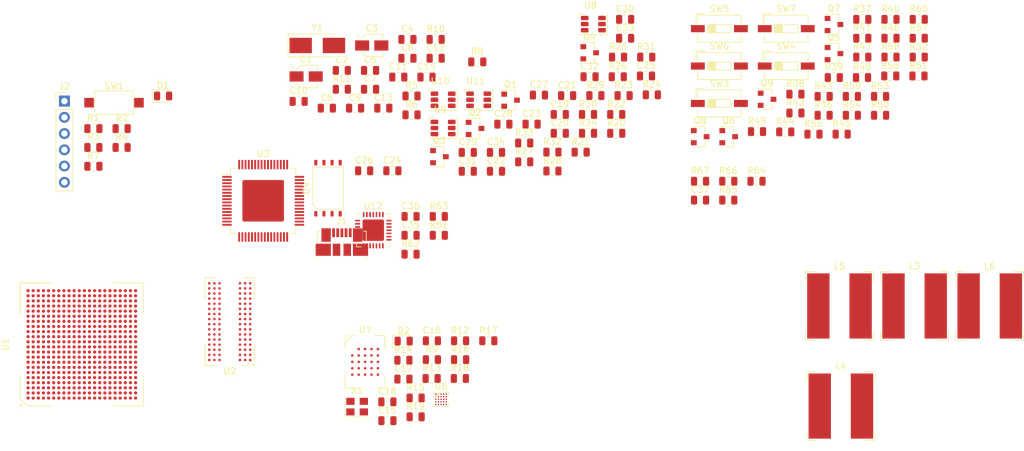
<source format=kicad_pcb>
(kicad_pcb (version 20171130) (host pcbnew "(5.1.4)-1")
  (layers (0 F.Cu signal) (31 B.Cu signal) (34 B.Paste user) (35 F.Paste user) (36 B.SilkS user) (37 F.SilkS user) (38 B.Mask user) (39 F.Mask user) (44 Edge.Cuts user))
  (net 0 "")
  (net 1 GND)
  (net 2 /DDR/DDR_A0)
  (net 3 /DDR/DDR_A4)
  (net 4 /DDR/DDR_A11)
  (net 5 /DDR/DDR_A10)
  (net 6 /DDR/DDR_ALERTN)
  (net 7 /DDR/DDR_A1)
  (net 8 /DDR/DDR_A6)
  (net 9 /DDR/DDR_A3)
  (net 10 /DDR/DDR_A13)
  (net 11 /DDR/DDR_A7)
  (net 12 /DDR/DDR_PARITY)
  (net 13 /DDR/DDR_A12)
  (net 14 /DDR/DDR_A9)
  (net 15 /DDR/DDR_RESETN)
  (net 16 /DDR/DDR_A2)
  (net 17 /DDR/DDR_A14)
  (net 18 /DDR/DDR_A8)
  (net 19 /DDR/DDR_A5)
  (net 20 /DDR/DDR_A15)
  (net 21 /DDR/DDR_A16)
  (net 22 /DDR/DDR_D15)
  (net 23 /DDR/DDR_D14)
  (net 24 /DDR/DDR_ACTN)
  (net 25 /DDR/DDR_D13)
  (net 26 /DDR/DDR_D12)
  (net 27 /DDR/DDR_D11)
  (net 28 /DDR/DDR_D10)
  (net 29 /DDR/DDR_D0)
  (net 30 /DDR/DDR_D8)
  (net 31 /DDR/DDR_D9)
  (net 32 /DDR/DDR_D2)
  (net 33 /DDR/DDR_D1)
  (net 34 /DDR/DDR_D3)
  (net 35 /DDR/DDR_D4)
  (net 36 /DDR/DDR_D5)
  (net 37 /DDR/DDR_D6)
  (net 38 /DDR/DDR_D7)
  (net 39 +1V2)
  (net 40 /MIO&REFERENCE/PS_TDO)
  (net 41 /MIO&REFERENCE/PS_TCK)
  (net 42 /MIO&REFERENCE/PS_TMS)
  (net 43 /MIO&REFERENCE/PS_TDI)
  (net 44 /MIO&REFERENCE/PS_DONE)
  (net 45 "Net-(D1-Pad1)")
  (net 46 +3V3)
  (net 47 /MIO&REFERENCE/PS_INIT_B)
  (net 48 /MIO&REFERENCE/PS_PROG_B)
  (net 49 /MIO&REFERENCE/SRST_B)
  (net 50 "Net-(J1-Pad3)")
  (net 51 "Net-(J1-Pad2)")
  (net 52 +1V8)
  (net 53 /MIO&REFERENCE/EECS)
  (net 54 /MIO&REFERENCE/EECLK)
  (net 55 /MIO&REFERENCE/EEDATA)
  (net 56 "Net-(C1-Pad1)")
  (net 57 "Net-(C2-Pad2)")
  (net 58 "Net-(C3-Pad1)")
  (net 59 "Net-(C4-Pad1)")
  (net 60 "Net-(C7-Pad1)")
  (net 61 "Net-(R5-Pad2)")
  (net 62 "Net-(R8-Pad1)")
  (net 63 "Net-(R11-Pad1)")
  (net 64 /MIO&REFERENCE/PS_ERROR)
  (net 65 "Net-(D2-Pad1)")
  (net 66 "Net-(R14-Pad2)")
  (net 67 "Net-(R16-Pad1)")
  (net 68 /MIO&REFERENCE/PS_POR_B)
  (net 69 /MIO&REFERENCE/QSPI_CS)
  (net 70 "Net-(R19-Pad2)")
  (net 71 /MIO&REFERENCE/PS_CLK)
  (net 72 /MIO&REFERENCE/MIO_SD1_DAT2)
  (net 73 /MIO&REFERENCE/MIO_SD1_CLK)
  (net 74 /MIO&REFERENCE/MIO_SD1_CMD)
  (net 75 /MIO&REFERENCE/MIO_SD1_DAT0)
  (net 76 /MIO&REFERENCE/MIO_SD1_DAT1)
  (net 77 /MIO&REFERENCE/MIO_SD1_DAT3)
  (net 78 /MIO&REFERENCE/MIO_SD1_DIR_CMD)
  (net 79 /MIO&REFERENCE/MIO_SD1_DIR_DAT0)
  (net 80 /MIO&REFERENCE/QSPI_DQ0)
  (net 81 /MIO&REFERENCE/QSPI_DQ3)
  (net 82 /MIO&REFERENCE/QSPI_CLK)
  (net 83 /MIO&REFERENCE/QSPI_DQ2)
  (net 84 /MIO&REFERENCE/QSPI_DQ1)
  (net 85 "Net-(U7-PadA2)")
  (net 86 VIN)
  (net 87 "Net-(C23-Pad2)")
  (net 88 "Net-(C23-Pad1)")
  (net 89 "Net-(C24-Pad2)")
  (net 90 "Net-(C24-Pad1)")
  (net 91 "Net-(C25-Pad2)")
  (net 92 "Net-(C25-Pad1)")
  (net 93 "Net-(C26-Pad2)")
  (net 94 "Net-(C26-Pad1)")
  (net 95 +0V85)
  (net 96 "Net-(C35-Pad2)")
  (net 97 "Net-(C36-Pad1)")
  (net 98 "Net-(C37-Pad2)")
  (net 99 "Net-(Q1-Pad3)")
  (net 100 "Net-(Q1-Pad1)")
  (net 101 "Net-(Q2-Pad3)")
  (net 102 "Net-(Q3-Pad3)")
  (net 103 "Net-(Q4-Pad3)")
  (net 104 "Net-(Q5-Pad3)")
  (net 105 "Net-(Q5-Pad1)")
  (net 106 "Net-(Q6-Pad3)")
  (net 107 "Net-(Q6-Pad1)")
  (net 108 "Net-(Q7-Pad3)")
  (net 109 "Net-(Q7-Pad1)")
  (net 110 "Net-(Q8-Pad3)")
  (net 111 "Net-(Q8-Pad1)")
  (net 112 "Net-(Q9-Pad3)")
  (net 113 "Net-(Q9-Pad1)")
  (net 114 "Net-(R23-Pad1)")
  (net 115 "Net-(R25-Pad2)")
  (net 116 "Net-(R27-Pad2)")
  (net 117 "Net-(R29-Pad1)")
  (net 118 "Net-(R31-Pad2)")
  (net 119 "Net-(R33-Pad2)")
  (net 120 /PINOUT/LED_1)
  (net 121 /PINOUT/SW_1)
  (net 122 /PINOUT/SW_2)
  (net 123 /PINOUT/SW_3)
  (net 124 /PINOUT/LED_2)
  (net 125 /PINOUT/SW_4)
  (net 126 /PINOUT/SW_5)
  (net 127 /PINOUT/LED_3)
  (net 128 /PINOUT/BT_1)
  (net 129 /PINOUT/LED_4)
  (net 130 /PINOUT/BT_2)
  (net 131 /PINOUT/BT_3)
  (net 132 /PINOUT/BT_4)
  (net 133 /PINOUT/LED_5)
  (net 134 /PINOUT/BT_5)
  (net 135 "Net-(R61-Pad1)")
  (net 136 "Net-(R63-Pad2)")
  (net 137 +2V5)
  (net 138 "Net-(R66-Pad1)")
  (net 139 "Net-(R67-Pad1)")
  (net 140 /DDR/DDR_ODT)
  (net 141 /DDR/DDR_CS)
  (net 142 /DDR/DDR_CKE)
  (net 143 /DDR/DDR_CK_N)
  (net 144 /DDR/DDR_CK)
  (net 145 /DDR/DDR_BA1)
  (net 146 /DDR/DDR_BA0)
  (net 147 /DDR/DDR_BG0)
  (net 148 /DDR/DDR_DM1)
  (net 149 /DDR/DDR_DQS_N1)
  (net 150 /DDR/DDR_DQS_P1)
  (net 151 /DDR/DDR_DM0)
  (net 152 /DDR/DDR_DQS_N0)
  (net 153 /DDR/DDR_DQS_P0)
  (net 154 /MIO&REFERENCE/MIO9_RX)
  (net 155 /MIO&REFERENCE/MIO8_TX)
  (module Package_DFN_QFN:QFN-28-1EP_5x5mm_P0.5mm_EP3.35x3.35mm (layer F.Cu) (at 134.697001 70.277001)
    (fp_text reference U12 (at 0 -3.8) (layer F.SilkS))
    (fp_text value CP2102N-A01-GQFN28)
    (pad 28 smd roundrect (at -1.5 -2.45) (size 0.25 0.8) (layers F.Cu F.Paste F.Mask))
    (pad 27 smd roundrect (at -1 -2.45) (size 0.25 0.8) (layers F.Cu F.Paste F.Mask))
    (pad 26 smd roundrect (at -0.5 -2.45) (size 0.25 0.8) (layers F.Cu F.Paste F.Mask) (net 154 /MIO&REFERENCE/MIO9_RX))
    (pad 25 smd roundrect (at 0 -2.45) (size 0.25 0.8) (layers F.Cu F.Paste F.Mask) (net 155 /MIO&REFERENCE/MIO8_TX))
    (pad 24 smd roundrect (at 0.5 -2.45) (size 0.25 0.8) (layers F.Cu F.Paste F.Mask))
    (pad 23 smd roundrect (at 1 -2.45) (size 0.25 0.8) (layers F.Cu F.Paste F.Mask))
    (pad 22 smd roundrect (at 1.5 -2.45) (size 0.25 0.8) (layers F.Cu F.Paste F.Mask))
    (pad 21 smd roundrect (at 2.45 -1.5) (size 0.8 0.25) (layers F.Cu F.Paste F.Mask))
    (pad 20 smd roundrect (at 2.45 -1) (size 0.8 0.25) (layers F.Cu F.Paste F.Mask))
    (pad 19 smd roundrect (at 2.45 -0.5) (size 0.8 0.25) (layers F.Cu F.Paste F.Mask))
    (pad 18 smd roundrect (at 2.45 0) (size 0.8 0.25) (layers F.Cu F.Paste F.Mask))
    (pad 17 smd roundrect (at 2.45 0.5) (size 0.8 0.25) (layers F.Cu F.Paste F.Mask))
    (pad 16 smd roundrect (at 2.45 1) (size 0.8 0.25) (layers F.Cu F.Paste F.Mask))
    (pad 15 smd roundrect (at 2.45 1.5) (size 0.8 0.25) (layers F.Cu F.Paste F.Mask))
    (pad 14 smd roundrect (at 1.5 2.45) (size 0.25 0.8) (layers F.Cu F.Paste F.Mask))
    (pad 13 smd roundrect (at 1 2.45) (size 0.25 0.8) (layers F.Cu F.Paste F.Mask))
    (pad 12 smd roundrect (at 0.5 2.45) (size 0.25 0.8) (layers F.Cu F.Paste F.Mask))
    (pad 11 smd roundrect (at 0 2.45) (size 0.25 0.8) (layers F.Cu F.Paste F.Mask))
    (pad 10 smd roundrect (at -0.5 2.45) (size 0.25 0.8) (layers F.Cu F.Paste F.Mask))
    (pad 9 smd roundrect (at -1 2.45) (size 0.25 0.8) (layers F.Cu F.Paste F.Mask) (net 136 "Net-(R63-Pad2)"))
    (pad 8 smd roundrect (at -1.5 2.45) (size 0.25 0.8) (layers F.Cu F.Paste F.Mask) (net 135 "Net-(R61-Pad1)"))
    (pad 7 smd roundrect (at -2.45 1.5) (size 0.8 0.25) (layers F.Cu F.Paste F.Mask) (net 96 "Net-(C35-Pad2)"))
    (pad 6 smd roundrect (at -2.45 1) (size 0.8 0.25) (layers F.Cu F.Paste F.Mask) (net 97 "Net-(C36-Pad1)"))
    (pad 5 smd roundrect (at -2.45 0.5) (size 0.8 0.25) (layers F.Cu F.Paste F.Mask))
    (pad 4 smd roundrect (at -2.45 0) (size 0.8 0.25) (layers F.Cu F.Paste F.Mask))
    (pad 3 smd roundrect (at -2.45 -0.5) (size 0.8 0.25) (layers F.Cu F.Paste F.Mask) (net 1 GND))
    (pad 2 smd roundrect (at -2.45 -1) (size 0.8 0.25) (layers F.Cu F.Paste F.Mask))
    (pad 1 smd roundrect (at -2.45 -1.5) (size 0.8 0.25) (layers F.Cu F.Paste F.Mask))
    (pad 29 smd roundrect (at 0 0) (size 3.35 3.35) (layers F.Cu F.Mask) (roundrect_rratio 0.074627) (net 1 GND))
  )
  (module ZYNQ_7000:TPS563201 (layer F.Cu) (at 151.218001 49.873001)
    (fp_text reference U11 (at -0.508 -2.921) (layer F.SilkS))
    (fp_text value TPS563201)
    (pad 4 smd roundrect (at 1.303 0.9475) (size 1.2 0.7) (layers F.Cu F.Paste F.Mask) (net 119 "Net-(R33-Pad2)"))
    (pad 5 smd roundrect (at 1.303 -0.0025) (size 1.2 0.7) (layers F.Cu F.Paste F.Mask) (net 114 "Net-(R23-Pad1)"))
    (pad 6 smd roundrect (at 1.303 -0.9525) (size 1.2 0.7) (layers F.Cu F.Paste F.Mask) (net 88 "Net-(C23-Pad1)"))
    (pad 3 smd roundrect (at -1.397 0.9475) (size 1.2 0.7) (layers F.Cu F.Paste F.Mask) (net 86 VIN))
    (pad 2 smd roundrect (at -1.397 -0.0025) (size 1.2 0.7) (layers F.Cu F.Paste F.Mask) (net 87 "Net-(C23-Pad2)"))
    (pad 1 smd roundrect (at -1.397 -0.9525) (size 1.2 0.7) (layers F.Cu F.Paste F.Mask) (net 1 GND))
  )
  (module ZYNQ_7000:TPS563201 (layer F.Cu) (at 145.658001 49.873001)
    (fp_text reference U10 (at -0.508 -2.921) (layer F.SilkS))
    (fp_text value TPS563201)
    (pad 4 smd roundrect (at 1.303 0.9475) (size 1.2 0.7) (layers F.Cu F.Paste F.Mask) (net 118 "Net-(R31-Pad2)"))
    (pad 5 smd roundrect (at 1.303 -0.0025) (size 1.2 0.7) (layers F.Cu F.Paste F.Mask) (net 103 "Net-(Q4-Pad3)"))
    (pad 6 smd roundrect (at 1.303 -0.9525) (size 1.2 0.7) (layers F.Cu F.Paste F.Mask) (net 93 "Net-(C26-Pad2)"))
    (pad 3 smd roundrect (at -1.397 0.9475) (size 1.2 0.7) (layers F.Cu F.Paste F.Mask) (net 86 VIN))
    (pad 2 smd roundrect (at -1.397 -0.0025) (size 1.2 0.7) (layers F.Cu F.Paste F.Mask) (net 94 "Net-(C26-Pad1)"))
    (pad 1 smd roundrect (at -1.397 -0.9525) (size 1.2 0.7) (layers F.Cu F.Paste F.Mask) (net 1 GND))
  )
  (module ZYNQ_7000:TPS563201 (layer F.Cu) (at 145.658001 54.293001)
    (fp_text reference U9 (at -0.508 -2.921) (layer F.SilkS))
    (fp_text value TPS563201)
    (pad 4 smd roundrect (at 1.303 0.9475) (size 1.2 0.7) (layers F.Cu F.Paste F.Mask) (net 117 "Net-(R29-Pad1)"))
    (pad 5 smd roundrect (at 1.303 -0.0025) (size 1.2 0.7) (layers F.Cu F.Paste F.Mask) (net 115 "Net-(R25-Pad2)"))
    (pad 6 smd roundrect (at 1.303 -0.9525) (size 1.2 0.7) (layers F.Cu F.Paste F.Mask) (net 91 "Net-(C25-Pad2)"))
    (pad 3 smd roundrect (at -1.397 0.9475) (size 1.2 0.7) (layers F.Cu F.Paste F.Mask) (net 86 VIN))
    (pad 2 smd roundrect (at -1.397 -0.0025) (size 1.2 0.7) (layers F.Cu F.Paste F.Mask) (net 92 "Net-(C25-Pad1)"))
    (pad 1 smd roundrect (at -1.397 -0.9525) (size 1.2 0.7) (layers F.Cu F.Paste F.Mask) (net 1 GND))
  )
  (module ZYNQ_7000:TPS563201 (layer F.Cu) (at 169.138001 38.033001)
    (fp_text reference U8 (at -0.508 -2.921) (layer F.SilkS))
    (fp_text value TPS563201)
    (pad 4 smd roundrect (at 1.303 0.9475) (size 1.2 0.7) (layers F.Cu F.Paste F.Mask) (net 116 "Net-(R27-Pad2)"))
    (pad 5 smd roundrect (at 1.303 -0.0025) (size 1.2 0.7) (layers F.Cu F.Paste F.Mask) (net 102 "Net-(Q3-Pad3)"))
    (pad 6 smd roundrect (at 1.303 -0.9525) (size 1.2 0.7) (layers F.Cu F.Paste F.Mask) (net 89 "Net-(C24-Pad2)"))
    (pad 3 smd roundrect (at -1.397 0.9475) (size 1.2 0.7) (layers F.Cu F.Paste F.Mask) (net 86 VIN))
    (pad 2 smd roundrect (at -1.397 -0.0025) (size 1.2 0.7) (layers F.Cu F.Paste F.Mask) (net 90 "Net-(C24-Pad1)"))
    (pad 1 smd roundrect (at -1.397 -0.9525) (size 1.2 0.7) (layers F.Cu F.Paste F.Mask) (net 1 GND))
  )
  (module Button_Switch_SMD:SW_DIP_SPSTx01_Slide_6.7x4.1mm_W6.73mm_P2.54mm_LowProfile_JPin (layer F.Cu) (at 199.237001 38.747001)
    (fp_text reference SW7 (at 0 -3.11) (layer F.SilkS))
    (fp_text value SW_SPST)
    (pad 2 smd rect (at 3.365 0) (size 2.16 1.12) (layers F.Cu F.Paste F.Mask) (net 1 GND))
    (pad 1 smd rect (at -3.365 0) (size 2.16 1.12) (layers F.Cu F.Paste F.Mask) (net 126 /PINOUT/SW_5))
  )
  (module Button_Switch_SMD:SW_DIP_SPSTx01_Slide_6.7x4.1mm_W6.73mm_P2.54mm_LowProfile_JPin (layer F.Cu) (at 188.787001 44.597001)
    (fp_text reference SW6 (at 0 -3.11) (layer F.SilkS))
    (fp_text value SW_SPST)
    (pad 2 smd rect (at 3.365 0) (size 2.16 1.12) (layers F.Cu F.Paste F.Mask) (net 1 GND))
    (pad 1 smd rect (at -3.365 0) (size 2.16 1.12) (layers F.Cu F.Paste F.Mask) (net 125 /PINOUT/SW_4))
  )
  (module Button_Switch_SMD:SW_DIP_SPSTx01_Slide_6.7x4.1mm_W6.73mm_P2.54mm_LowProfile_JPin (layer F.Cu) (at 188.787001 38.747001)
    (fp_text reference SW5 (at 0 -3.11) (layer F.SilkS))
    (fp_text value SW_SPST)
    (pad 2 smd rect (at 3.365 0) (size 2.16 1.12) (layers F.Cu F.Paste F.Mask) (net 1 GND))
    (pad 1 smd rect (at -3.365 0) (size 2.16 1.12) (layers F.Cu F.Paste F.Mask) (net 123 /PINOUT/SW_3))
  )
  (module Button_Switch_SMD:SW_DIP_SPSTx01_Slide_6.7x4.1mm_W6.73mm_P2.54mm_LowProfile_JPin (layer F.Cu) (at 199.237001 44.597001)
    (fp_text reference SW4 (at 0 -3.11) (layer F.SilkS))
    (fp_text value SW_SPST)
    (pad 2 smd rect (at 3.365 0) (size 2.16 1.12) (layers F.Cu F.Paste F.Mask) (net 1 GND))
    (pad 1 smd rect (at -3.365 0) (size 2.16 1.12) (layers F.Cu F.Paste F.Mask) (net 122 /PINOUT/SW_2))
  )
  (module Button_Switch_SMD:SW_DIP_SPSTx01_Slide_6.7x4.1mm_W6.73mm_P2.54mm_LowProfile_JPin (layer F.Cu) (at 188.787001 50.447001)
    (fp_text reference SW3 (at 0 -3.11) (layer F.SilkS))
    (fp_text value SW_SPST)
    (pad 2 smd rect (at 3.365 0) (size 2.16 1.12) (layers F.Cu F.Paste F.Mask) (net 1 GND))
    (pad 1 smd rect (at -3.365 0) (size 2.16 1.12) (layers F.Cu F.Paste F.Mask) (net 121 /PINOUT/SW_1))
  )
  (module Resistor_SMD:R_0805_2012Metric (layer F.Cu) (at 185.767001 62.617001)
    (fp_text reference R67 (at 0 -1.65) (layer F.SilkS))
    (fp_text value 240)
    (pad 2 smd roundrect (at 0.9375 0) (size 0.975 1.4) (layers F.Cu F.Paste F.Mask) (net 1 GND))
    (pad 1 smd roundrect (at -0.9375 0) (size 0.975 1.4) (layers F.Cu F.Paste F.Mask) (net 139 "Net-(R67-Pad1)"))
  )
  (module Resistor_SMD:R_0805_2012Metric (layer F.Cu) (at 190.177001 62.617001)
    (fp_text reference R66 (at 0 -1.65) (layer F.SilkS))
    (fp_text value 240)
    (pad 2 smd roundrect (at 0.9375 0) (size 0.975 1.4) (layers F.Cu F.Paste F.Mask) (net 1 GND))
    (pad 1 smd roundrect (at -0.9375 0) (size 0.975 1.4) (layers F.Cu F.Paste F.Mask) (net 138 "Net-(R66-Pad1)"))
  )
  (module Resistor_SMD:R_0805_2012Metric (layer F.Cu) (at 190.177001 65.567001)
    (fp_text reference R65 (at 0 -1.65) (layer F.SilkS))
    (fp_text value 1K)
    (pad 2 smd roundrect (at 0.9375 0) (size 0.975 1.4) (layers F.Cu F.Paste F.Mask) (net 137 +2V5))
    (pad 1 smd roundrect (at -0.9375 0) (size 0.975 1.4) (layers F.Cu F.Paste F.Mask) (net 1 GND))
  )
  (module Resistor_SMD:R_0805_2012Metric (layer F.Cu) (at 194.587001 62.617001)
    (fp_text reference R64 (at 0 -1.65) (layer F.SilkS))
    (fp_text value 300)
    (pad 2 smd roundrect (at 0.9375 0) (size 0.975 1.4) (layers F.Cu F.Paste F.Mask) (net 46 +3V3))
    (pad 1 smd roundrect (at -0.9375 0) (size 0.975 1.4) (layers F.Cu F.Paste F.Mask) (net 137 +2V5))
  )
  (module Resistor_SMD:R_0805_2012Metric (layer F.Cu) (at 144.937001 68.127001)
    (fp_text reference R63 (at 0 -1.65) (layer F.SilkS))
    (fp_text value 1k)
    (pad 2 smd roundrect (at 0.9375 0) (size 0.975 1.4) (layers F.Cu F.Paste F.Mask) (net 136 "Net-(R63-Pad2)"))
    (pad 1 smd roundrect (at -0.9375 0) (size 0.975 1.4) (layers F.Cu F.Paste F.Mask) (net 97 "Net-(C36-Pad1)"))
  )
  (module Resistor_SMD:R_0805_2012Metric (layer F.Cu) (at 140.527001 74.027001)
    (fp_text reference R62 (at 0 -1.65) (layer F.SilkS))
    (fp_text value 10k)
    (pad 2 smd roundrect (at 0.9375 0) (size 0.975 1.4) (layers F.Cu F.Paste F.Mask) (net 1 GND))
    (pad 1 smd roundrect (at -0.9375 0) (size 0.975 1.4) (layers F.Cu F.Paste F.Mask) (net 135 "Net-(R61-Pad1)"))
  )
  (module Resistor_SMD:R_0805_2012Metric (layer F.Cu) (at 144.937001 71.077001)
    (fp_text reference R61 (at 0 -1.65) (layer F.SilkS))
    (fp_text value 4.7k)
    (pad 2 smd roundrect (at 0.9375 0) (size 0.975 1.4) (layers F.Cu F.Paste F.Mask) (net 96 "Net-(C35-Pad2)"))
    (pad 1 smd roundrect (at -0.9375 0) (size 0.975 1.4) (layers F.Cu F.Paste F.Mask) (net 135 "Net-(R61-Pad1)"))
  )
  (module Resistor_SMD:R_0805_2012Metric (layer F.Cu) (at 219.937001 37.297001)
    (fp_text reference R60 (at 0 -1.65) (layer F.SilkS))
    (fp_text value 4.7K)
    (pad 2 smd roundrect (at 0.9375 0) (size 0.975 1.4) (layers F.Cu F.Paste F.Mask) (net 112 "Net-(Q9-Pad3)"))
    (pad 1 smd roundrect (at -0.9375 0) (size 0.975 1.4) (layers F.Cu F.Paste F.Mask))
  )
  (module Resistor_SMD:R_0805_2012Metric (layer F.Cu) (at 209.487001 49.347001)
    (fp_text reference R59 (at 0 -1.65) (layer F.SilkS))
    (fp_text value 10K)
    (pad 2 smd roundrect (at 0.9375 0) (size 0.975 1.4) (layers F.Cu F.Paste F.Mask) (net 1 GND))
    (pad 1 smd roundrect (at -0.9375 0) (size 0.975 1.4) (layers F.Cu F.Paste F.Mask) (net 113 "Net-(Q9-Pad1)"))
  )
  (module Resistor_SMD:R_0805_2012Metric (layer F.Cu) (at 215.527001 43.197001)
    (fp_text reference R58 (at 0 -1.65) (layer F.SilkS))
    (fp_text value 4.7K)
    (pad 2 smd roundrect (at 0.9375 0) (size 0.975 1.4) (layers F.Cu F.Paste F.Mask) (net 134 /PINOUT/BT_5))
    (pad 1 smd roundrect (at -0.9375 0) (size 0.975 1.4) (layers F.Cu F.Paste F.Mask) (net 1 GND))
  )
  (module Resistor_SMD:R_0805_2012Metric (layer F.Cu) (at 219.937001 40.247001)
    (fp_text reference R57 (at 0 -1.65) (layer F.SilkS))
    (fp_text value 1K)
    (pad 2 smd roundrect (at 0.9375 0) (size 0.975 1.4) (layers F.Cu F.Paste F.Mask) (net 133 /PINOUT/LED_5))
    (pad 1 smd roundrect (at -0.9375 0) (size 0.975 1.4) (layers F.Cu F.Paste F.Mask) (net 113 "Net-(Q9-Pad1)"))
  )
  (module Resistor_SMD:R_0805_2012Metric (layer F.Cu) (at 203.487001 55.247001)
    (fp_text reference R56 (at 0 -1.65) (layer F.SilkS))
    (fp_text value 4.7K)
    (pad 2 smd roundrect (at 0.9375 0) (size 0.975 1.4) (layers F.Cu F.Paste F.Mask) (net 132 /PINOUT/BT_4))
    (pad 1 smd roundrect (at -0.9375 0) (size 0.975 1.4) (layers F.Cu F.Paste F.Mask) (net 1 GND))
  )
  (module Resistor_SMD:R_0805_2012Metric (layer F.Cu) (at 215.487001 46.147001)
    (fp_text reference R55 (at 0 -1.65) (layer F.SilkS))
    (fp_text value 4.7K)
    (pad 2 smd roundrect (at 0.9375 0) (size 0.975 1.4) (layers F.Cu F.Paste F.Mask) (net 110 "Net-(Q8-Pad3)"))
    (pad 1 smd roundrect (at -0.9375 0) (size 0.975 1.4) (layers F.Cu F.Paste F.Mask))
  )
  (module Resistor_SMD:R_0805_2012Metric (layer F.Cu) (at 209.487001 52.297001)
    (fp_text reference R54 (at 0 -1.65) (layer F.SilkS))
    (fp_text value 4.7K)
    (pad 2 smd roundrect (at 0.9375 0) (size 0.975 1.4) (layers F.Cu F.Paste F.Mask) (net 131 /PINOUT/BT_3))
    (pad 1 smd roundrect (at -0.9375 0) (size 0.975 1.4) (layers F.Cu F.Paste F.Mask) (net 1 GND))
  )
  (module Resistor_SMD:R_0805_2012Metric (layer F.Cu) (at 213.897001 49.347001)
    (fp_text reference R53 (at 0 -1.65) (layer F.SilkS))
    (fp_text value 10K)
    (pad 2 smd roundrect (at 0.9375 0) (size 0.975 1.4) (layers F.Cu F.Paste F.Mask) (net 1 GND))
    (pad 1 smd roundrect (at -0.9375 0) (size 0.975 1.4) (layers F.Cu F.Paste F.Mask) (net 111 "Net-(Q8-Pad1)"))
  )
  (module Resistor_SMD:R_0805_2012Metric (layer F.Cu) (at 219.937001 43.197001)
    (fp_text reference R52 (at 0 -1.65) (layer F.SilkS))
    (fp_text value 4.7K)
    (pad 2 smd roundrect (at 0.9375 0) (size 0.975 1.4) (layers F.Cu F.Paste F.Mask) (net 130 /PINOUT/BT_2))
    (pad 1 smd roundrect (at -0.9375 0) (size 0.975 1.4) (layers F.Cu F.Paste F.Mask) (net 1 GND))
  )
  (module Resistor_SMD:R_0805_2012Metric (layer F.Cu) (at 219.897001 46.147001)
    (fp_text reference R51 (at 0 -1.65) (layer F.SilkS))
    (fp_text value 1K)
    (pad 2 smd roundrect (at 0.9375 0) (size 0.975 1.4) (layers F.Cu F.Paste F.Mask) (net 129 /PINOUT/LED_4))
    (pad 1 smd roundrect (at -0.9375 0) (size 0.975 1.4) (layers F.Cu F.Paste F.Mask) (net 111 "Net-(Q8-Pad1)"))
  )
  (module Resistor_SMD:R_0805_2012Metric (layer F.Cu) (at 213.897001 52.297001)
    (fp_text reference R50 (at 0 -1.65) (layer F.SilkS))
    (fp_text value 4.7K)
    (pad 2 smd roundrect (at 0.9375 0) (size 0.975 1.4) (layers F.Cu F.Paste F.Mask) (net 128 /PINOUT/BT_1))
    (pad 1 smd roundrect (at -0.9375 0) (size 0.975 1.4) (layers F.Cu F.Paste F.Mask) (net 1 GND))
  )
  (module Resistor_SMD:R_0805_2012Metric (layer F.Cu) (at 194.667001 54.847001)
    (fp_text reference R49 (at 0 -1.65) (layer F.SilkS))
    (fp_text value 4.7K)
    (pad 2 smd roundrect (at 0.9375 0) (size 0.975 1.4) (layers F.Cu F.Paste F.Mask) (net 108 "Net-(Q7-Pad3)"))
    (pad 1 smd roundrect (at -0.9375 0) (size 0.975 1.4) (layers F.Cu F.Paste F.Mask))
  )
  (module Resistor_SMD:R_0805_2012Metric (layer F.Cu) (at 211.077001 46.397001)
    (fp_text reference R48 (at 0 -1.65) (layer F.SilkS))
    (fp_text value 10K)
    (pad 2 smd roundrect (at 0.9375 0) (size 0.975 1.4) (layers F.Cu F.Paste F.Mask) (net 1 GND))
    (pad 1 smd roundrect (at -0.9375 0) (size 0.975 1.4) (layers F.Cu F.Paste F.Mask) (net 109 "Net-(Q7-Pad1)"))
  )
  (module Resistor_SMD:R_0805_2012Metric (layer F.Cu) (at 211.117001 43.197001)
    (fp_text reference R47 (at 0 -1.65) (layer F.SilkS))
    (fp_text value 1K)
    (pad 2 smd roundrect (at 0.9375 0) (size 0.975 1.4) (layers F.Cu F.Paste F.Mask) (net 127 /PINOUT/LED_3))
    (pad 1 smd roundrect (at -0.9375 0) (size 0.975 1.4) (layers F.Cu F.Paste F.Mask) (net 109 "Net-(Q7-Pad1)"))
  )
  (module Resistor_SMD:R_0805_2012Metric (layer F.Cu) (at 215.527001 40.247001)
    (fp_text reference R46 (at 0 -1.65) (layer F.SilkS))
    (fp_text value 4.7K)
    (pad 2 smd roundrect (at 0.9375 0) (size 0.975 1.4) (layers F.Cu F.Paste F.Mask) (net 126 /PINOUT/SW_5))
    (pad 1 smd roundrect (at -0.9375 0) (size 0.975 1.4) (layers F.Cu F.Paste F.Mask) (net 52 +1V8))
  )
  (module Resistor_SMD:R_0805_2012Metric (layer F.Cu) (at 207.897001 55.247001)
    (fp_text reference R45 (at 0 -1.65) (layer F.SilkS))
    (fp_text value 4.7K)
    (pad 2 smd roundrect (at 0.9375 0) (size 0.975 1.4) (layers F.Cu F.Paste F.Mask) (net 106 "Net-(Q6-Pad3)"))
    (pad 1 smd roundrect (at -0.9375 0) (size 0.975 1.4) (layers F.Cu F.Paste F.Mask))
  )
  (module Resistor_SMD:R_0805_2012Metric (layer F.Cu) (at 199.077001 54.897001)
    (fp_text reference R44 (at 0 -1.65) (layer F.SilkS))
    (fp_text value 4.7K)
    (pad 2 smd roundrect (at 0.9375 0) (size 0.975 1.4) (layers F.Cu F.Paste F.Mask) (net 125 /PINOUT/SW_4))
    (pad 1 smd roundrect (at -0.9375 0) (size 0.975 1.4) (layers F.Cu F.Paste F.Mask) (net 52 +1V8))
  )
  (module Resistor_SMD:R_0805_2012Metric (layer F.Cu) (at 205.077001 49.347001)
    (fp_text reference R43 (at 0 -1.65) (layer F.SilkS))
    (fp_text value 10K)
    (pad 2 smd roundrect (at 0.9375 0) (size 0.975 1.4) (layers F.Cu F.Paste F.Mask) (net 1 GND))
    (pad 1 smd roundrect (at -0.9375 0) (size 0.975 1.4) (layers F.Cu F.Paste F.Mask) (net 107 "Net-(Q6-Pad1)"))
  )
  (module Resistor_SMD:R_0805_2012Metric (layer F.Cu) (at 200.667001 51.947001)
    (fp_text reference R42 (at 0 -1.65) (layer F.SilkS))
    (fp_text value 1K)
    (pad 2 smd roundrect (at 0.9375 0) (size 0.975 1.4) (layers F.Cu F.Paste F.Mask) (net 124 /PINOUT/LED_2))
    (pad 1 smd roundrect (at -0.9375 0) (size 0.975 1.4) (layers F.Cu F.Paste F.Mask) (net 107 "Net-(Q6-Pad1)"))
  )
  (module Resistor_SMD:R_0805_2012Metric (layer F.Cu) (at 211.117001 40.247001)
    (fp_text reference R41 (at 0 -1.65) (layer F.SilkS))
    (fp_text value 4.7K)
    (pad 2 smd roundrect (at 0.9375 0) (size 0.975 1.4) (layers F.Cu F.Paste F.Mask) (net 123 /PINOUT/SW_3))
    (pad 1 smd roundrect (at -0.9375 0) (size 0.975 1.4) (layers F.Cu F.Paste F.Mask) (net 52 +1V8))
  )
  (module Resistor_SMD:R_0805_2012Metric (layer F.Cu) (at 215.527001 37.297001)
    (fp_text reference R40 (at 0 -1.65) (layer F.SilkS))
    (fp_text value 4.7K)
    (pad 2 smd roundrect (at 0.9375 0) (size 0.975 1.4) (layers F.Cu F.Paste F.Mask) (net 104 "Net-(Q5-Pad3)"))
    (pad 1 smd roundrect (at -0.9375 0) (size 0.975 1.4) (layers F.Cu F.Paste F.Mask))
  )
  (module Resistor_SMD:R_0805_2012Metric (layer F.Cu) (at 206.667001 46.397001)
    (fp_text reference R39 (at 0 -1.65) (layer F.SilkS))
    (fp_text value 4.7K)
    (pad 2 smd roundrect (at 0.9375 0) (size 0.975 1.4) (layers F.Cu F.Paste F.Mask) (net 122 /PINOUT/SW_2))
    (pad 1 smd roundrect (at -0.9375 0) (size 0.975 1.4) (layers F.Cu F.Paste F.Mask) (net 52 +1V8))
  )
  (module Resistor_SMD:R_0805_2012Metric (layer F.Cu) (at 200.667001 48.997001)
    (fp_text reference R38 (at 0 -1.65) (layer F.SilkS))
    (fp_text value 10K)
    (pad 2 smd roundrect (at 0.9375 0) (size 0.975 1.4) (layers F.Cu F.Paste F.Mask) (net 1 GND))
    (pad 1 smd roundrect (at -0.9375 0) (size 0.975 1.4) (layers F.Cu F.Paste F.Mask) (net 105 "Net-(Q5-Pad1)"))
  )
  (module Resistor_SMD:R_0805_2012Metric (layer F.Cu) (at 211.117001 37.297001)
    (fp_text reference R37 (at 0 -1.65) (layer F.SilkS))
    (fp_text value 4.7K)
    (pad 2 smd roundrect (at 0.9375 0) (size 0.975 1.4) (layers F.Cu F.Paste F.Mask) (net 121 /PINOUT/SW_1))
    (pad 1 smd roundrect (at -0.9375 0) (size 0.975 1.4) (layers F.Cu F.Paste F.Mask) (net 52 +1V8))
  )
  (module Resistor_SMD:R_0805_2012Metric (layer F.Cu) (at 205.077001 52.297001)
    (fp_text reference R36 (at 0 -1.65) (layer F.SilkS))
    (fp_text value 1K)
    (pad 2 smd roundrect (at 0.9375 0) (size 0.975 1.4) (layers F.Cu F.Paste F.Mask) (net 120 /PINOUT/LED_1))
    (pad 1 smd roundrect (at -0.9375 0) (size 0.975 1.4) (layers F.Cu F.Paste F.Mask) (net 105 "Net-(Q5-Pad1)"))
  )
  (module Resistor_SMD:R_0805_2012Metric (layer F.Cu) (at 168.257001 55.117001)
    (fp_text reference R34 (at 0 -1.65) (layer F.SilkS))
    (fp_text value 100k)
    (pad 2 smd roundrect (at 0.9375 0) (size 0.975 1.4) (layers F.Cu F.Paste F.Mask) (net 1 GND))
    (pad 1 smd roundrect (at -0.9375 0) (size 0.975 1.4) (layers F.Cu F.Paste F.Mask) (net 119 "Net-(R33-Pad2)"))
  )
  (module Resistor_SMD:R_0805_2012Metric (layer F.Cu) (at 158.287001 56.637001)
    (fp_text reference R33 (at 0 -1.65) (layer F.SilkS))
    (fp_text value 20K)
    (pad 2 smd roundrect (at 0.9375 0) (size 0.975 1.4) (layers F.Cu F.Paste F.Mask) (net 119 "Net-(R33-Pad2)"))
    (pad 1 smd roundrect (at -0.9375 0) (size 0.975 1.4) (layers F.Cu F.Paste F.Mask) (net 95 +0V85))
  )
  (module Resistor_SMD:R_0805_2012Metric (layer F.Cu) (at 162.697001 58.067001)
    (fp_text reference R32 (at 0 -1.65) (layer F.SilkS))
    (fp_text value 100k)
    (pad 2 smd roundrect (at 0.9375 0) (size 0.975 1.4) (layers F.Cu F.Paste F.Mask) (net 1 GND))
    (pad 1 smd roundrect (at -0.9375 0) (size 0.975 1.4) (layers F.Cu F.Paste F.Mask) (net 118 "Net-(R31-Pad2)"))
  )
  (module Resistor_SMD:R_0805_2012Metric (layer F.Cu) (at 177.357001 43.197001)
    (fp_text reference R31 (at 0 -1.65) (layer F.SilkS))
    (fp_text value 33k)
    (pad 2 smd roundrect (at 0.9375 0) (size 0.975 1.4) (layers F.Cu F.Paste F.Mask) (net 118 "Net-(R31-Pad2)"))
    (pad 1 smd roundrect (at -0.9375 0) (size 0.975 1.4) (layers F.Cu F.Paste F.Mask) (net 46 +3V3))
  )
  (module Resistor_SMD:R_0805_2012Metric (layer F.Cu) (at 168.257001 52.167001)
    (fp_text reference R30 (at 0 -1.65) (layer F.SilkS))
    (fp_text value 100k)
    (pad 2 smd roundrect (at 0.9375 0) (size 0.975 1.4) (layers F.Cu F.Paste F.Mask) (net 117 "Net-(R29-Pad1)"))
    (pad 1 smd roundrect (at -0.9375 0) (size 0.975 1.4) (layers F.Cu F.Paste F.Mask) (net 1 GND))
  )
  (module Resistor_SMD:R_0805_2012Metric (layer F.Cu) (at 169.407001 49.217001)
    (fp_text reference R29 (at 0 -1.65) (layer F.SilkS))
    (fp_text value 56k)
    (pad 2 smd roundrect (at 0.9375 0) (size 0.975 1.4) (layers F.Cu F.Paste F.Mask) (net 39 +1V2))
    (pad 1 smd roundrect (at -0.9375 0) (size 0.975 1.4) (layers F.Cu F.Paste F.Mask) (net 117 "Net-(R29-Pad1)"))
  )
  (module Resistor_SMD:R_0805_2012Metric (layer F.Cu) (at 162.697001 61.017001)
    (fp_text reference R28 (at 0 -1.65) (layer F.SilkS))
    (fp_text value 75k)
    (pad 2 smd roundrect (at 0.9375 0) (size 0.975 1.4) (layers F.Cu F.Paste F.Mask) (net 1 GND))
    (pad 1 smd roundrect (at -0.9375 0) (size 0.975 1.4) (layers F.Cu F.Paste F.Mask) (net 116 "Net-(R27-Pad2)"))
  )
  (module Resistor_SMD:R_0805_2012Metric (layer F.Cu) (at 158.287001 59.587001)
    (fp_text reference R27 (at 0 -1.65) (layer F.SilkS))
    (fp_text value 100k)
    (pad 2 smd roundrect (at 0.9375 0) (size 0.975 1.4) (layers F.Cu F.Paste F.Mask) (net 116 "Net-(R27-Pad2)"))
    (pad 1 smd roundrect (at -0.9375 0) (size 0.975 1.4) (layers F.Cu F.Paste F.Mask) (net 52 +1V8))
  )
  (module Resistor_SMD:R_0805_2012Metric (layer F.Cu) (at 172.907001 46.267001)
    (fp_text reference R26 (at 0 -1.65) (layer F.SilkS))
    (fp_text value 10K)
    (pad 2 smd roundrect (at 0.9375 0) (size 0.975 1.4) (layers F.Cu F.Paste F.Mask) (net 86 VIN))
    (pad 1 smd roundrect (at -0.9375 0) (size 0.975 1.4) (layers F.Cu F.Paste F.Mask) (net 103 "Net-(Q4-Pad3)"))
  )
  (module Resistor_SMD:R_0805_2012Metric (layer F.Cu) (at 172.947001 43.197001)
    (fp_text reference R25 (at 0 -1.65) (layer F.SilkS))
    (fp_text value 0R)
    (pad 2 smd roundrect (at 0.9375 0) (size 0.975 1.4) (layers F.Cu F.Paste F.Mask) (net 115 "Net-(R25-Pad2)"))
    (pad 1 smd roundrect (at -0.9375 0) (size 0.975 1.4) (layers F.Cu F.Paste F.Mask) (net 52 +1V8))
  )
  (module Resistor_SMD:R_0805_2012Metric (layer F.Cu) (at 178.227001 49.097001)
    (fp_text reference R24 (at 0 -1.65) (layer F.SilkS))
    (fp_text value 10k)
    (pad 2 smd roundrect (at 0.9375 0) (size 0.975 1.4) (layers F.Cu F.Paste F.Mask) (net 102 "Net-(Q3-Pad3)"))
    (pad 1 smd roundrect (at -0.9375 0) (size 0.975 1.4) (layers F.Cu F.Paste F.Mask) (net 86 VIN))
  )
  (module Resistor_SMD:R_0805_2012Metric (layer F.Cu) (at 173.817001 49.217001)
    (fp_text reference R23 (at 0 -1.65) (layer F.SilkS))
    (fp_text value 10k)
    (pad 2 smd roundrect (at 0.9375 0) (size 0.975 1.4) (layers F.Cu F.Paste F.Mask) (net 86 VIN))
    (pad 1 smd roundrect (at -0.9375 0) (size 0.975 1.4) (layers F.Cu F.Paste F.Mask) (net 114 "Net-(R23-Pad1)"))
  )
  (module Resistor_SMD:R_0805_2012Metric (layer F.Cu) (at 172.667001 52.167001)
    (fp_text reference R22 (at 0 -1.65) (layer F.SilkS))
    (fp_text value 10k)
    (pad 2 smd roundrect (at 0.9375 0) (size 0.975 1.4) (layers F.Cu F.Paste F.Mask) (net 101 "Net-(Q2-Pad3)"))
    (pad 1 smd roundrect (at -0.9375 0) (size 0.975 1.4) (layers F.Cu F.Paste F.Mask) (net 86 VIN))
  )
  (module Resistor_SMD:R_0805_2012Metric (layer F.Cu) (at 167.107001 58.067001)
    (fp_text reference R21 (at 0 -1.65) (layer F.SilkS))
    (fp_text value 10K)
    (pad 2 smd roundrect (at 0.9375 0) (size 0.975 1.4) (layers F.Cu F.Paste F.Mask) (net 86 VIN))
    (pad 1 smd roundrect (at -0.9375 0) (size 0.975 1.4) (layers F.Cu F.Paste F.Mask) (net 99 "Net-(Q1-Pad3)"))
  )
  (module Resistor_SMD:R_0805_2012Metric (layer F.Cu) (at 172.667001 55.117001)
    (fp_text reference R20 (at 0 -1.65) (layer F.SilkS))
    (fp_text value 10K)
    (pad 2 smd roundrect (at 0.9375 0) (size 0.975 1.4) (layers F.Cu F.Paste F.Mask) (net 39 +1V2))
    (pad 1 smd roundrect (at -0.9375 0) (size 0.975 1.4) (layers F.Cu F.Paste F.Mask) (net 100 "Net-(Q1-Pad1)"))
  )
  (module Package_TO_SOT_SMD:SOT-23 (layer F.Cu) (at 196.237001 49.797001)
    (fp_text reference Q9 (at 0 -2.5) (layer F.SilkS))
    (fp_text value MMBF170)
    (pad 3 smd rect (at 1 0) (size 0.9 0.8) (layers F.Cu F.Paste F.Mask) (net 112 "Net-(Q9-Pad3)"))
    (pad 2 smd rect (at -1 0.95) (size 0.9 0.8) (layers F.Cu F.Paste F.Mask) (net 1 GND))
    (pad 1 smd rect (at -1 -0.95) (size 0.9 0.8) (layers F.Cu F.Paste F.Mask) (net 113 "Net-(Q9-Pad1)"))
  )
  (module Package_TO_SOT_SMD:SOT-23 (layer F.Cu) (at 185.787001 55.647001)
    (fp_text reference Q8 (at 0 -2.5) (layer F.SilkS))
    (fp_text value MMBF170)
    (pad 3 smd rect (at 1 0) (size 0.9 0.8) (layers F.Cu F.Paste F.Mask) (net 110 "Net-(Q8-Pad3)"))
    (pad 2 smd rect (at -1 0.95) (size 0.9 0.8) (layers F.Cu F.Paste F.Mask) (net 1 GND))
    (pad 1 smd rect (at -1 -0.95) (size 0.9 0.8) (layers F.Cu F.Paste F.Mask) (net 111 "Net-(Q8-Pad1)"))
  )
  (module Package_TO_SOT_SMD:SOT-23 (layer F.Cu) (at 206.687001 38.097001)
    (fp_text reference Q7 (at 0 -2.5) (layer F.SilkS))
    (fp_text value MMBF170)
    (pad 3 smd rect (at 1 0) (size 0.9 0.8) (layers F.Cu F.Paste F.Mask) (net 108 "Net-(Q7-Pad3)"))
    (pad 2 smd rect (at -1 0.95) (size 0.9 0.8) (layers F.Cu F.Paste F.Mask) (net 1 GND))
    (pad 1 smd rect (at -1 -0.95) (size 0.9 0.8) (layers F.Cu F.Paste F.Mask) (net 109 "Net-(Q7-Pad1)"))
  )
  (module Package_TO_SOT_SMD:SOT-23 (layer F.Cu) (at 190.237001 55.647001)
    (fp_text reference Q6 (at 0 -2.5) (layer F.SilkS))
    (fp_text value MMBF170)
    (pad 3 smd rect (at 1 0) (size 0.9 0.8) (layers F.Cu F.Paste F.Mask) (net 106 "Net-(Q6-Pad3)"))
    (pad 2 smd rect (at -1 0.95) (size 0.9 0.8) (layers F.Cu F.Paste F.Mask) (net 1 GND))
    (pad 1 smd rect (at -1 -0.95) (size 0.9 0.8) (layers F.Cu F.Paste F.Mask) (net 107 "Net-(Q6-Pad1)"))
  )
  (module Package_TO_SOT_SMD:SOT-23 (layer F.Cu) (at 206.687001 42.647001)
    (fp_text reference Q5 (at 0 -2.5) (layer F.SilkS))
    (fp_text value MMBF170)
    (pad 3 smd rect (at 1 0) (size 0.9 0.8) (layers F.Cu F.Paste F.Mask) (net 104 "Net-(Q5-Pad3)"))
    (pad 2 smd rect (at -1 0.95) (size 0.9 0.8) (layers F.Cu F.Paste F.Mask) (net 1 GND))
    (pad 1 smd rect (at -1 -0.95) (size 0.9 0.8) (layers F.Cu F.Paste F.Mask) (net 105 "Net-(Q5-Pad1)"))
  )
  (module Package_TO_SOT_SMD:SOT-23 (layer F.Cu) (at 168.517001 42.517001)
    (fp_text reference Q4 (at 0 -2.5) (layer F.SilkS))
    (fp_text value MMBT3904)
    (pad 3 smd rect (at 1 0) (size 0.9 0.8) (layers F.Cu F.Paste F.Mask) (net 103 "Net-(Q4-Pad3)"))
    (pad 2 smd rect (at -1 0.95) (size 0.9 0.8) (layers F.Cu F.Paste F.Mask) (net 1 GND))
    (pad 1 smd rect (at -1 -0.95) (size 0.9 0.8) (layers F.Cu F.Paste F.Mask) (net 99 "Net-(Q1-Pad3)"))
  )
  (module Package_TO_SOT_SMD:SOT-23 (layer F.Cu) (at 145.037001 58.777001)
    (fp_text reference Q3 (at 0 -2.5) (layer F.SilkS))
    (fp_text value MMBT3904)
    (pad 3 smd rect (at 1 0) (size 0.9 0.8) (layers F.Cu F.Paste F.Mask) (net 102 "Net-(Q3-Pad3)"))
    (pad 2 smd rect (at -1 0.95) (size 0.9 0.8) (layers F.Cu F.Paste F.Mask) (net 1 GND))
    (pad 1 smd rect (at -1 -0.95) (size 0.9 0.8) (layers F.Cu F.Paste F.Mask) (net 101 "Net-(Q2-Pad3)"))
  )
  (module Package_TO_SOT_SMD:SOT-23 (layer F.Cu) (at 150.597001 54.357001)
    (fp_text reference Q2 (at 0 -2.5) (layer F.SilkS))
    (fp_text value MMBT3904)
    (pad 3 smd rect (at 1 0) (size 0.9 0.8) (layers F.Cu F.Paste F.Mask) (net 101 "Net-(Q2-Pad3)"))
    (pad 2 smd rect (at -1 0.95) (size 0.9 0.8) (layers F.Cu F.Paste F.Mask) (net 1 GND))
    (pad 1 smd rect (at -1 -0.95) (size 0.9 0.8) (layers F.Cu F.Paste F.Mask) (net 95 +0V85))
  )
  (module Package_TO_SOT_SMD:SOT-23 (layer F.Cu) (at 156.157001 49.937001)
    (fp_text reference Q1 (at 0 -2.5) (layer F.SilkS))
    (fp_text value MMBT3904)
    (pad 3 smd rect (at 1 0) (size 0.9 0.8) (layers F.Cu F.Paste F.Mask) (net 99 "Net-(Q1-Pad3)"))
    (pad 2 smd rect (at -1 0.95) (size 0.9 0.8) (layers F.Cu F.Paste F.Mask) (net 1 GND))
    (pad 1 smd rect (at -1 -0.95) (size 0.9 0.8) (layers F.Cu F.Paste F.Mask) (net 100 "Net-(Q1-Pad1)"))
  )
  (module Inductor_SMD:L_Bourns-SRN1060 (layer F.Cu) (at 231.034001 82.128001)
    (fp_text reference L6 (at 0 -6.2) (layer F.SilkS))
    (fp_text value 4.7uH)
    (pad 2 smd rect (at 3.3 0) (size 3.5 10.2) (layers F.Cu F.Paste F.Mask) (net 95 +0V85))
    (pad 1 smd rect (at -3.3 0) (size 3.5 10.2) (layers F.Cu F.Paste F.Mask) (net 87 "Net-(C23-Pad2)"))
  )
  (module Inductor_SMD:L_Bourns-SRN1060 (layer F.Cu) (at 207.554001 82.128001)
    (fp_text reference L5 (at 0 -6.2) (layer F.SilkS))
    (fp_text value 4.7uH)
    (pad 2 smd rect (at 3.3 0) (size 3.5 10.2) (layers F.Cu F.Paste F.Mask) (net 46 +3V3))
    (pad 1 smd rect (at -3.3 0) (size 3.5 10.2) (layers F.Cu F.Paste F.Mask) (net 94 "Net-(C26-Pad1)"))
  )
  (module Inductor_SMD:L_Bourns-SRN1060 (layer F.Cu) (at 207.772 97.79)
    (fp_text reference L4 (at 0 -6.2) (layer F.SilkS))
    (fp_text value 4.7uH)
    (pad 2 smd rect (at 3.3 0) (size 3.5 10.2) (layers F.Cu F.Paste F.Mask) (net 39 +1V2))
    (pad 1 smd rect (at -3.3 0) (size 3.5 10.2) (layers F.Cu F.Paste F.Mask) (net 92 "Net-(C25-Pad1)"))
  )
  (module Inductor_SMD:L_Bourns-SRN1060 (layer F.Cu) (at 219.294001 82.128001)
    (fp_text reference L3 (at 0 -6.2) (layer F.SilkS))
    (fp_text value 4.7uH)
    (pad 2 smd rect (at 3.3 0) (size 3.5 10.2) (layers F.Cu F.Paste F.Mask) (net 52 +1V8))
    (pad 1 smd rect (at -3.3 0) (size 3.5 10.2) (layers F.Cu F.Paste F.Mask) (net 90 "Net-(C24-Pad1)"))
  )
  (module Capacitor_SMD:C_0805_2012Metric (layer F.Cu) (at 185.767001 65.567001)
    (fp_text reference C37 (at 0 -1.65) (layer F.SilkS))
    (fp_text value 100nF)
    (pad 2 smd roundrect (at 0.9375 0) (size 0.975 1.4) (layers F.Cu F.Paste F.Mask) (net 98 "Net-(C37-Pad2)"))
    (pad 1 smd roundrect (at -0.9375 0) (size 0.975 1.4) (layers F.Cu F.Paste F.Mask) (net 1 GND))
  )
  (module Capacitor_SMD:C_0805_2012Metric (layer F.Cu) (at 140.527001 68.127001)
    (fp_text reference C36 (at 0 -1.65) (layer F.SilkS))
    (fp_text value 100nF)
    (pad 2 smd roundrect (at 0.9375 0) (size 0.975 1.4) (layers F.Cu F.Paste F.Mask) (net 1 GND))
    (pad 1 smd roundrect (at -0.9375 0) (size 0.975 1.4) (layers F.Cu F.Paste F.Mask) (net 97 "Net-(C36-Pad1)"))
  )
  (module Capacitor_SMD:C_0805_2012Metric (layer F.Cu) (at 140.527001 71.077001)
    (fp_text reference C35 (at 0 -1.65) (layer F.SilkS))
    (fp_text value 4.7uF)
    (pad 2 smd roundrect (at 0.9375 0) (size 0.975 1.4) (layers F.Cu F.Paste F.Mask) (net 96 "Net-(C35-Pad2)"))
    (pad 1 smd roundrect (at -0.9375 0) (size 0.975 1.4) (layers F.Cu F.Paste F.Mask) (net 1 GND))
  )
  (module Capacitor_SMD:C_0805_2012Metric (layer F.Cu) (at 153.877001 58.107001)
    (fp_text reference C34 (at 0 -1.65) (layer F.SilkS))
    (fp_text value 10uF)
    (pad 2 smd roundrect (at 0.9375 0) (size 0.975 1.4) (layers F.Cu F.Paste F.Mask) (net 1 GND))
    (pad 1 smd roundrect (at -0.9375 0) (size 0.975 1.4) (layers F.Cu F.Paste F.Mask) (net 95 +0V85))
  )
  (module Capacitor_SMD:C_0805_2012Metric (layer F.Cu) (at 174.057001 40.247001)
    (fp_text reference C33 (at 0 -1.65) (layer F.SilkS))
    (fp_text value 10uF)
    (pad 2 smd roundrect (at 0.9375 0) (size 0.975 1.4) (layers F.Cu F.Paste F.Mask) (net 1 GND))
    (pad 1 smd roundrect (at -0.9375 0) (size 0.975 1.4) (layers F.Cu F.Paste F.Mask) (net 46 +3V3))
  )
  (module Capacitor_SMD:C_0805_2012Metric (layer F.Cu) (at 168.497001 46.267001)
    (fp_text reference C32 (at 0 -1.65) (layer F.SilkS))
    (fp_text value 10uF)
    (pad 2 smd roundrect (at 0.9375 0) (size 0.975 1.4) (layers F.Cu F.Paste F.Mask) (net 1 GND))
    (pad 1 smd roundrect (at -0.9375 0) (size 0.975 1.4) (layers F.Cu F.Paste F.Mask) (net 39 +1V2))
  )
  (module Capacitor_SMD:C_0805_2012Metric (layer F.Cu) (at 149.467001 61.057001)
    (fp_text reference C31 (at 0 -1.65) (layer F.SilkS))
    (fp_text value 10uF)
    (pad 2 smd roundrect (at 0.9375 0) (size 0.975 1.4) (layers F.Cu F.Paste F.Mask) (net 52 +1V8))
    (pad 1 smd roundrect (at -0.9375 0) (size 0.975 1.4) (layers F.Cu F.Paste F.Mask) (net 1 GND))
  )
  (module Capacitor_SMD:C_0805_2012Metric (layer F.Cu) (at 174.057001 37.297001)
    (fp_text reference C30 (at 0 -1.65) (layer F.SilkS))
    (fp_text value 10uF)
    (pad 2 smd roundrect (at 0.9375 0) (size 0.975 1.4) (layers F.Cu F.Paste F.Mask) (net 1 GND))
    (pad 1 smd roundrect (at -0.9375 0) (size 0.975 1.4) (layers F.Cu F.Paste F.Mask) (net 95 +0V85))
  )
  (module Capacitor_SMD:C_0805_2012Metric (layer F.Cu) (at 149.467001 58.107001)
    (fp_text reference C29 (at 0 -1.65) (layer F.SilkS))
    (fp_text value 10uF)
    (pad 2 smd roundrect (at 0.9375 0) (size 0.975 1.4) (layers F.Cu F.Paste F.Mask) (net 1 GND))
    (pad 1 smd roundrect (at -0.9375 0) (size 0.975 1.4) (layers F.Cu F.Paste F.Mask) (net 46 +3V3))
  )
  (module Capacitor_SMD:C_0805_2012Metric (layer F.Cu) (at 155.027001 53.687001)
    (fp_text reference C28 (at 0 -1.65) (layer F.SilkS))
    (fp_text value 10uF)
    (pad 2 smd roundrect (at 0.9375 0) (size 0.975 1.4) (layers F.Cu F.Paste F.Mask) (net 1 GND))
    (pad 1 smd roundrect (at -0.9375 0) (size 0.975 1.4) (layers F.Cu F.Paste F.Mask) (net 39 +1V2))
  )
  (module Capacitor_SMD:C_0805_2012Metric (layer F.Cu) (at 160.587001 49.137001)
    (fp_text reference C27 (at 0 -1.65) (layer F.SilkS))
    (fp_text value 10uF)
    (pad 2 smd roundrect (at 0.9375 0) (size 0.975 1.4) (layers F.Cu F.Paste F.Mask) (net 52 +1V8))
    (pad 1 smd roundrect (at -0.9375 0) (size 0.975 1.4) (layers F.Cu F.Paste F.Mask) (net 1 GND))
  )
  (module Capacitor_SMD:C_0805_2012Metric (layer F.Cu) (at 133.277001 60.977001)
    (fp_text reference C26 (at 0 -1.65) (layer F.SilkS))
    (fp_text value 100nF)
    (pad 2 smd roundrect (at 0.9375 0) (size 0.975 1.4) (layers F.Cu F.Paste F.Mask) (net 93 "Net-(C26-Pad2)"))
    (pad 1 smd roundrect (at -0.9375 0) (size 0.975 1.4) (layers F.Cu F.Paste F.Mask) (net 94 "Net-(C26-Pad1)"))
  )
  (module Capacitor_SMD:C_0805_2012Metric (layer F.Cu) (at 177.317001 46.147001)
    (fp_text reference C25 (at 0 -1.65) (layer F.SilkS))
    (fp_text value 100nF)
    (pad 2 smd roundrect (at 0.9375 0) (size 0.975 1.4) (layers F.Cu F.Paste F.Mask) (net 91 "Net-(C25-Pad2)"))
    (pad 1 smd roundrect (at -0.9375 0) (size 0.975 1.4) (layers F.Cu F.Paste F.Mask) (net 92 "Net-(C25-Pad1)"))
  )
  (module Capacitor_SMD:C_0805_2012Metric (layer F.Cu) (at 137.687001 60.977001)
    (fp_text reference C24 (at 0 -1.65) (layer F.SilkS))
    (fp_text value 100nF)
    (pad 2 smd roundrect (at 0.9375 0) (size 0.975 1.4) (layers F.Cu F.Paste F.Mask) (net 89 "Net-(C24-Pad2)"))
    (pad 1 smd roundrect (at -0.9375 0) (size 0.975 1.4) (layers F.Cu F.Paste F.Mask) (net 90 "Net-(C24-Pad1)"))
  )
  (module Capacitor_SMD:C_0805_2012Metric (layer F.Cu) (at 159.437001 53.687001)
    (fp_text reference C23 (at 0 -1.65) (layer F.SilkS))
    (fp_text value 100nF)
    (pad 2 smd roundrect (at 0.9375 0) (size 0.975 1.4) (layers F.Cu F.Paste F.Mask) (net 87 "Net-(C23-Pad2)"))
    (pad 1 smd roundrect (at -0.9375 0) (size 0.975 1.4) (layers F.Cu F.Paste F.Mask) (net 88 "Net-(C23-Pad1)"))
  )
  (module Capacitor_SMD:C_0805_2012Metric (layer F.Cu) (at 153.877001 61.057001)
    (fp_text reference C22 (at 0 -1.65) (layer F.SilkS))
    (fp_text value 10uF)
    (pad 2 smd roundrect (at 0.9375 0) (size 0.975 1.4) (layers F.Cu F.Paste F.Mask) (net 1 GND))
    (pad 1 smd roundrect (at -0.9375 0) (size 0.975 1.4) (layers F.Cu F.Paste F.Mask) (net 86 VIN))
  )
  (module Capacitor_SMD:C_0805_2012Metric (layer F.Cu) (at 164.997001 49.217001)
    (fp_text reference C21 (at 0 -1.65) (layer F.SilkS))
    (fp_text value 10uF)
    (pad 2 smd roundrect (at 0.9375 0) (size 0.975 1.4) (layers F.Cu F.Paste F.Mask) (net 1 GND))
    (pad 1 smd roundrect (at -0.9375 0) (size 0.975 1.4) (layers F.Cu F.Paste F.Mask) (net 86 VIN))
  )
  (module Capacitor_SMD:C_0805_2012Metric (layer F.Cu) (at 163.847001 55.117001)
    (fp_text reference C20 (at 0 -1.65) (layer F.SilkS))
    (fp_text value 10uF)
    (pad 2 smd roundrect (at 0.9375 0) (size 0.975 1.4) (layers F.Cu F.Paste F.Mask) (net 86 VIN))
    (pad 1 smd roundrect (at -0.9375 0) (size 0.975 1.4) (layers F.Cu F.Paste F.Mask) (net 1 GND))
  )
  (module Capacitor_SMD:C_0805_2012Metric (layer F.Cu) (at 163.847001 52.167001)
    (fp_text reference C19 (at 0 -1.65) (layer F.SilkS))
    (fp_text value 10uF)
    (pad 2 smd roundrect (at 0.9375 0) (size 0.975 1.4) (layers F.Cu F.Paste F.Mask) (net 1 GND))
    (pad 1 smd roundrect (at -0.9375 0) (size 0.975 1.4) (layers F.Cu F.Paste F.Mask) (net 86 VIN))
  )
  (module Oscillator:Oscillator_SMD_Abracon_ASE-4Pin_3.2x2.5mm (layer F.Cu) (at 132.176 97.876)
    (fp_text reference X1 (at 0 -2.45) (layer F.SilkS))
    (fp_text value ASE-33.333MHz)
    (pad 4 smd rect (at -1.05 -0.825) (size 1.3 1.1) (layers F.Cu F.Paste F.Mask) (net 46 +3V3))
    (pad 3 smd rect (at 1.05 -0.825) (size 1.3 1.1) (layers F.Cu F.Paste F.Mask) (net 71 /MIO&REFERENCE/PS_CLK))
    (pad 2 smd rect (at 1.05 0.825) (size 1.3 1.1) (layers F.Cu F.Paste F.Mask) (net 1 GND))
    (pad 1 smd rect (at -1.05 0.825) (size 1.3 1.1) (layers F.Cu F.Paste F.Mask) (net 70 "Net-(R19-Pad2)"))
  )
  (module Zynq-eame_UltraScale_0:BGA-25_5x5_6.0x8.0mm (layer F.Cu) (at 133.426 90.876)
    (fp_text reference U7 (at 0 -5) (layer F.SilkS))
    (fp_text value MT25QU512ABB)
    (pad E5 smd circle (at 2 2) (size 0.4 0.4) (layers F.Cu F.Paste F.Mask) (net 85 "Net-(U7-PadA2)"))
    (pad D5 smd circle (at 2 1) (size 0.4 0.4) (layers F.Cu F.Paste F.Mask) (net 85 "Net-(U7-PadA2)"))
    (pad C5 smd circle (at 2 0) (size 0.4 0.4) (layers F.Cu F.Paste F.Mask) (net 85 "Net-(U7-PadA2)"))
    (pad B5 smd circle (at 2 -1) (size 0.4 0.4) (layers F.Cu F.Paste F.Mask) (net 85 "Net-(U7-PadA2)"))
    (pad A5 smd circle (at 2 -2) (size 0.4 0.4) (layers F.Cu F.Paste F.Mask) (net 85 "Net-(U7-PadA2)"))
    (pad E4 smd circle (at 1 2) (size 0.4 0.4) (layers F.Cu F.Paste F.Mask))
    (pad D4 smd circle (at 1 1) (size 0.4 0.4) (layers F.Cu F.Paste F.Mask) (net 81 /MIO&REFERENCE/QSPI_DQ3))
    (pad C4 smd circle (at 1 0) (size 0.4 0.4) (layers F.Cu F.Paste F.Mask) (net 83 /MIO&REFERENCE/QSPI_DQ2))
    (pad B4 smd circle (at 1 -1) (size 0.4 0.4) (layers F.Cu F.Paste F.Mask) (net 52 +1V8))
    (pad A4 smd circle (at 1 -2) (size 0.4 0.4) (layers F.Cu F.Paste F.Mask) (net 85 "Net-(U7-PadA2)"))
    (pad E3 smd circle (at 0 2) (size 0.4 0.4) (layers F.Cu F.Paste F.Mask) (net 85 "Net-(U7-PadA2)"))
    (pad D3 smd circle (at 0 1) (size 0.4 0.4) (layers F.Cu F.Paste F.Mask) (net 80 /MIO&REFERENCE/QSPI_DQ0))
    (pad C3 smd circle (at 0 0) (size 0.4 0.4) (layers F.Cu F.Paste F.Mask) (net 85 "Net-(U7-PadA2)"))
    (pad B3 smd circle (at 0 -1) (size 0.4 0.4) (layers F.Cu F.Paste F.Mask) (net 1 GND))
    (pad A3 smd circle (at 0 -2) (size 0.4 0.4) (layers F.Cu F.Paste F.Mask) (net 85 "Net-(U7-PadA2)"))
    (pad E2 smd circle (at -1 2) (size 0.4 0.4) (layers F.Cu F.Paste F.Mask) (net 85 "Net-(U7-PadA2)"))
    (pad D2 smd circle (at -1 1) (size 0.4 0.4) (layers F.Cu F.Paste F.Mask) (net 84 /MIO&REFERENCE/QSPI_DQ1))
    (pad C2 smd circle (at -1 0) (size 0.4 0.4) (layers F.Cu F.Paste F.Mask) (net 69 /MIO&REFERENCE/QSPI_CS))
    (pad B2 smd circle (at -1 -1) (size 0.4 0.4) (layers F.Cu F.Paste F.Mask) (net 82 /MIO&REFERENCE/QSPI_CLK))
    (pad A2 smd circle (at -1 -2) (size 0.4 0.4) (layers F.Cu F.Paste F.Mask) (net 85 "Net-(U7-PadA2)"))
    (pad E1 smd circle (at -2 2) (size 0.4 0.4) (layers F.Cu F.Paste F.Mask) (net 85 "Net-(U7-PadA2)"))
    (pad D1 smd circle (at -2 1) (size 0.4 0.4) (layers F.Cu F.Paste F.Mask) (net 85 "Net-(U7-PadA2)"))
    (pad C1 smd circle (at -2 0) (size 0.4 0.4) (layers F.Cu F.Paste F.Mask) (net 85 "Net-(U7-PadA2)"))
    (pad B1 smd circle (at -2 -1) (size 0.4 0.4) (layers F.Cu F.Paste F.Mask) (net 85 "Net-(U7-PadA2)"))
  )
  (module Zynq-eame_UltraScale_0:BGA-25_5x5_2.049999x2.049999mm (layer F.Cu) (at 145.296 96.726)
    (fp_text reference U6 (at 0 -2.024999) (layer F.SilkS))
    (fp_text value IP4856CX25)
    (pad E5 smd circle (at 0.8 0.8) (size 0.23 0.23) (layers F.Cu F.Paste F.Mask))
    (pad D5 smd circle (at 0.8 0.4) (size 0.23 0.23) (layers F.Cu F.Paste F.Mask))
    (pad C5 smd circle (at 0.8 0) (size 0.23 0.23) (layers F.Cu F.Paste F.Mask))
    (pad B5 smd circle (at 0.8 -0.4) (size 0.23 0.23) (layers F.Cu F.Paste F.Mask))
    (pad A5 smd circle (at 0.8 -0.8) (size 0.23 0.23) (layers F.Cu F.Paste F.Mask))
    (pad E4 smd circle (at 0.4 0.8) (size 0.23 0.23) (layers F.Cu F.Paste F.Mask))
    (pad D4 smd circle (at 0.4 0.4) (size 0.23 0.23) (layers F.Cu F.Paste F.Mask))
    (pad C4 smd circle (at 0.4 0) (size 0.23 0.23) (layers F.Cu F.Paste F.Mask) (net 46 +3V3))
    (pad B4 smd circle (at 0.4 -0.4) (size 0.23 0.23) (layers F.Cu F.Paste F.Mask))
    (pad A4 smd circle (at 0.4 -0.8) (size 0.23 0.23) (layers F.Cu F.Paste F.Mask) (net 46 +3V3))
    (pad E3 smd circle (at 0 0.8) (size 0.23 0.23) (layers F.Cu F.Paste F.Mask))
    (pad D3 smd circle (at 0 0.4) (size 0.23 0.23) (layers F.Cu F.Paste F.Mask))
    (pad C3 smd circle (at 0 0) (size 0.23 0.23) (layers F.Cu F.Paste F.Mask) (net 1 GND))
    (pad B3 smd circle (at 0 -0.4) (size 0.23 0.23) (layers F.Cu F.Paste F.Mask) (net 52 +1V8))
    (pad A3 smd circle (at 0 -0.8) (size 0.23 0.23) (layers F.Cu F.Paste F.Mask) (net 79 /MIO&REFERENCE/MIO_SD1_DIR_DAT0))
    (pad E2 smd circle (at -0.4 0.8) (size 0.23 0.23) (layers F.Cu F.Paste F.Mask))
    (pad D2 smd circle (at -0.4 0.4) (size 0.23 0.23) (layers F.Cu F.Paste F.Mask) (net 74 /MIO&REFERENCE/MIO_SD1_CMD))
    (pad C2 smd circle (at -0.4 0) (size 0.23 0.23) (layers F.Cu F.Paste F.Mask) (net 67 "Net-(R16-Pad1)"))
    (pad B2 smd circle (at -0.4 -0.4) (size 0.23 0.23) (layers F.Cu F.Paste F.Mask))
    (pad A2 smd circle (at -0.4 -0.8) (size 0.23 0.23) (layers F.Cu F.Paste F.Mask) (net 78 /MIO&REFERENCE/MIO_SD1_DIR_CMD))
    (pad E1 smd circle (at -0.8 0.8) (size 0.23 0.23) (layers F.Cu F.Paste F.Mask) (net 76 /MIO&REFERENCE/MIO_SD1_DAT1))
    (pad D1 smd circle (at -0.8 0.4) (size 0.23 0.23) (layers F.Cu F.Paste F.Mask) (net 75 /MIO&REFERENCE/MIO_SD1_DAT0))
    (pad C1 smd circle (at -0.8 0) (size 0.23 0.23) (layers F.Cu F.Paste F.Mask) (net 73 /MIO&REFERENCE/MIO_SD1_CLK))
    (pad B1 smd circle (at -0.8 -0.4) (size 0.23 0.23) (layers F.Cu F.Paste F.Mask) (net 77 /MIO&REFERENCE/MIO_SD1_DAT3))
    (pad A1 smd circle (at -0.8 -0.8) (size 0.23 0.23) (layers F.Cu F.Paste F.Mask) (net 72 /MIO&REFERENCE/MIO_SD1_DAT2))
  )
  (module Resistor_SMD:R_0805_2012Metric (layer F.Cu) (at 141.316 99.466)
    (fp_text reference R19 (at 0 -1.65) (layer F.SilkS))
    (fp_text value 4.7K)
    (pad 2 smd roundrect (at 0.9375 0) (size 0.975 1.4) (layers F.Cu F.Paste F.Mask) (net 70 "Net-(R19-Pad2)"))
    (pad 1 smd roundrect (at -0.9375 0) (size 0.975 1.4) (layers F.Cu F.Paste F.Mask) (net 46 +3V3))
  )
  (module Resistor_SMD:R_0805_2012Metric (layer F.Cu) (at 148.226 93.476)
    (fp_text reference R18 (at 0 -1.65) (layer F.SilkS))
    (fp_text value 330)
    (pad 2 smd roundrect (at 0.9375 0) (size 0.975 1.4) (layers F.Cu F.Paste F.Mask) (net 69 /MIO&REFERENCE/QSPI_CS))
    (pad 1 smd roundrect (at -0.9375 0) (size 0.975 1.4) (layers F.Cu F.Paste F.Mask) (net 52 +1V8))
  )
  (module Resistor_SMD:R_0805_2012Metric (layer F.Cu) (at 152.676 87.576)
    (fp_text reference R17 (at 0 -1.65) (layer F.SilkS))
    (fp_text value 10k)
    (pad 2 smd roundrect (at 0.9375 0) (size 0.975 1.4) (layers F.Cu F.Paste F.Mask) (net 68 /MIO&REFERENCE/PS_POR_B))
    (pad 1 smd roundrect (at -0.9375 0) (size 0.975 1.4) (layers F.Cu F.Paste F.Mask) (net 46 +3V3))
  )
  (module Resistor_SMD:R_0805_2012Metric (layer F.Cu) (at 148.266 90.526)
    (fp_text reference R16 (at 0 -1.65) (layer F.SilkS))
    (fp_text value 4.7K)
    (pad 2 smd roundrect (at 0.9375 0) (size 0.975 1.4) (layers F.Cu F.Paste F.Mask) (net 46 +3V3))
    (pad 1 smd roundrect (at -0.9375 0) (size 0.975 1.4) (layers F.Cu F.Paste F.Mask) (net 67 "Net-(R16-Pad1)"))
  )
  (module Resistor_SMD:R_0805_2012Metric (layer F.Cu) (at 141.316 96.516)
    (fp_text reference R15 (at 0 -1.65) (layer F.SilkS))
    (fp_text value 1300)
    (pad 2 smd roundrect (at 0.9375 0) (size 0.975 1.4) (layers F.Cu F.Paste F.Mask) (net 1 GND))
    (pad 1 smd roundrect (at -0.9375 0) (size 0.975 1.4) (layers F.Cu F.Paste F.Mask) (net 66 "Net-(R14-Pad2)"))
  )
  (module Resistor_SMD:R_0805_2012Metric (layer F.Cu) (at 139.406 90.616)
    (fp_text reference R14 (at 0 -1.65) (layer F.SilkS))
    (fp_text value 820)
    (pad 2 smd roundrect (at 0.9375 0) (size 0.975 1.4) (layers F.Cu F.Paste F.Mask) (net 66 "Net-(R14-Pad2)"))
    (pad 1 smd roundrect (at -0.9375 0) (size 0.975 1.4) (layers F.Cu F.Paste F.Mask))
  )
  (module Resistor_SMD:R_0805_2012Metric (layer F.Cu) (at 143.816 93.476)
    (fp_text reference R13 (at 0 -1.65) (layer F.SilkS))
    (fp_text value 1K)
    (pad 2 smd roundrect (at 0.9375 0) (size 0.975 1.4) (layers F.Cu F.Paste F.Mask) (net 65 "Net-(D2-Pad1)"))
    (pad 1 smd roundrect (at -0.9375 0) (size 0.975 1.4) (layers F.Cu F.Paste F.Mask) (net 1 GND))
  )
  (module Resistor_SMD:R_0805_2012Metric (layer F.Cu) (at 148.266 87.576)
    (fp_text reference R12 (at 0 -1.65) (layer F.SilkS))
    (fp_text value 1K)
    (pad 2 smd roundrect (at 0.9375 0) (size 0.975 1.4) (layers F.Cu F.Paste F.Mask) (net 46 +3V3))
    (pad 1 smd roundrect (at -0.9375 0) (size 0.975 1.4) (layers F.Cu F.Paste F.Mask) (net 64 /MIO&REFERENCE/PS_ERROR))
  )
  (module Resistor_SMD:R_0805_2012Metric (layer F.Cu) (at 143.856 90.526)
    (fp_text reference R9 (at 0 -1.65) (layer F.SilkS))
    (fp_text value 10k)
    (pad 2 smd roundrect (at 0.9375 0) (size 0.975 1.4) (layers F.Cu F.Paste F.Mask) (net 54 /MIO&REFERENCE/EECLK))
    (pad 1 smd roundrect (at -0.9375 0) (size 0.975 1.4) (layers F.Cu F.Paste F.Mask) (net 46 +3V3))
  )
  (module LED_SMD:LED_0805_2012Metric (layer F.Cu) (at 139.446 87.621)
    (fp_text reference D2 (at 0 -1.65) (layer F.SilkS))
    (fp_text value LED_ALT)
    (pad 2 smd roundrect (at 0.9375 0) (size 0.975 1.4) (layers F.Cu F.Paste F.Mask) (net 64 /MIO&REFERENCE/PS_ERROR))
    (pad 1 smd roundrect (at -0.9375 0) (size 0.975 1.4) (layers F.Cu F.Paste F.Mask) (net 65 "Net-(D2-Pad1)"))
  )
  (module Capacitor_SMD:C_0805_2012Metric (layer F.Cu) (at 136.906 97.126)
    (fp_text reference C18 (at 0 -1.65) (layer F.SilkS))
    (fp_text value 100nF)
    (pad 2 smd roundrect (at 0.9375 0) (size 0.975 1.4) (layers F.Cu F.Paste F.Mask) (net 46 +3V3))
    (pad 1 smd roundrect (at -0.9375 0) (size 0.975 1.4) (layers F.Cu F.Paste F.Mask) (net 1 GND))
  )
  (module Capacitor_SMD:C_0805_2012Metric (layer F.Cu) (at 139.406 93.566)
    (fp_text reference C17 (at 0 -1.65) (layer F.SilkS))
    (fp_text value 100nF)
    (pad 2 smd roundrect (at 0.9375 0) (size 0.975 1.4) (layers F.Cu F.Paste F.Mask) (net 1 GND))
    (pad 1 smd roundrect (at -0.9375 0) (size 0.975 1.4) (layers F.Cu F.Paste F.Mask) (net 52 +1V8))
  )
  (module Capacitor_SMD:C_0805_2012Metric (layer F.Cu) (at 143.856 87.576)
    (fp_text reference C16 (at 0 -1.65) (layer F.SilkS))
    (fp_text value 100nF)
    (pad 2 smd roundrect (at 0.9375 0) (size 0.975 1.4) (layers F.Cu F.Paste F.Mask) (net 1 GND))
    (pad 1 smd roundrect (at -0.9375 0) (size 0.975 1.4) (layers F.Cu F.Paste F.Mask) (net 46 +3V3))
  )
  (module Capacitor_SMD:C_0805_2012Metric (layer F.Cu) (at 136.906 100.076)
    (fp_text reference C15 (at 0 -1.65) (layer F.SilkS))
    (fp_text value 100nF)
    (pad 2 smd roundrect (at 0.9375 0) (size 0.975 1.4) (layers F.Cu F.Paste F.Mask) (net 1 GND))
    (pad 1 smd roundrect (at -0.9375 0) (size 0.975 1.4) (layers F.Cu F.Paste F.Mask) (net 52 +1V8))
  )
  (module Crystal:Crystal_SMD_5032-2Pin_5.0x3.2mm_HandSoldering (layer F.Cu) (at 125.956 41.378)
    (fp_text reference Y1 (at 0 -2.8) (layer F.SilkS))
    (fp_text value 12MHz)
    (pad 2 smd rect (at 2.6 0) (size 3.5 2.4) (layers F.Cu F.Paste F.Mask) (net 60 "Net-(C7-Pad1)"))
    (pad 1 smd rect (at -2.6 0) (size 3.5 2.4) (layers F.Cu F.Paste F.Mask) (net 59 "Net-(C4-Pad1)"))
  )
  (module Resistor_SMD:R_0805_2012Metric (layer F.Cu) (at 129.786 48.228)
    (fp_text reference R11 (at 0 -1.65) (layer F.SilkS))
    (fp_text value 1k)
    (pad 2 smd roundrect (at 0.9375 0) (size 0.975 1.4) (layers F.Cu F.Paste F.Mask) (net 46 +3V3))
    (pad 1 smd roundrect (at -0.9375 0) (size 0.975 1.4) (layers F.Cu F.Paste F.Mask) (net 63 "Net-(R11-Pad1)"))
  )
  (module Resistor_SMD:R_0805_2012Metric (layer F.Cu) (at 144.446 40.428)
    (fp_text reference R10 (at 0 -1.65) (layer F.SilkS))
    (fp_text value 10k)
    (pad 2 smd roundrect (at 0.9375 0) (size 0.975 1.4) (layers F.Cu F.Paste F.Mask) (net 53 /MIO&REFERENCE/EECS))
    (pad 1 smd roundrect (at -0.9375 0) (size 0.975 1.4) (layers F.Cu F.Paste F.Mask) (net 46 +3V3))
  )
  (module Resistor_SMD:R_0805_2012Metric (layer F.Cu) (at 150.9545 43.942)
    (fp_text reference R8 (at 0 -1.65) (layer F.SilkS))
    (fp_text value 12k)
    (pad 2 smd roundrect (at 0.9375 0) (size 0.975 1.4) (layers F.Cu F.Paste F.Mask) (net 1 GND))
    (pad 1 smd roundrect (at -0.9375 0) (size 0.975 1.4) (layers F.Cu F.Paste F.Mask) (net 62 "Net-(R8-Pad1)"))
  )
  (module Resistor_SMD:R_0805_2012Metric (layer F.Cu) (at 140.676 52.228)
    (fp_text reference R6 (at 0 -1.65) (layer F.SilkS))
    (fp_text value 2k2)
    (pad 2 smd roundrect (at 0.9375 0) (size 0.975 1.4) (layers F.Cu F.Paste F.Mask) (net 61 "Net-(R5-Pad2)"))
    (pad 1 smd roundrect (at -0.9375 0) (size 0.975 1.4) (layers F.Cu F.Paste F.Mask) (net 55 /MIO&REFERENCE/EEDATA))
  )
  (module Resistor_SMD:R_0805_2012Metric (layer F.Cu) (at 140.676 49.278)
    (fp_text reference R5 (at 0 -1.65) (layer F.SilkS))
    (fp_text value 10k)
    (pad 2 smd roundrect (at 0.9375 0) (size 0.975 1.4) (layers F.Cu F.Paste F.Mask) (net 61 "Net-(R5-Pad2)"))
    (pad 1 smd roundrect (at -0.9375 0) (size 0.975 1.4) (layers F.Cu F.Paste F.Mask) (net 46 +3V3))
  )
  (module Capacitor_SMD:C_0805_2012Metric (layer F.Cu) (at 143.016 46.328)
    (fp_text reference C14 (at 0 -1.65) (layer F.SilkS))
    (fp_text value 100nF)
    (pad 2 smd roundrect (at 0.9375 0) (size 0.975 1.4) (layers F.Cu F.Paste F.Mask) (net 1 GND))
    (pad 1 smd roundrect (at -0.9375 0) (size 0.975 1.4) (layers F.Cu F.Paste F.Mask) (net 52 +1V8))
  )
  (module Capacitor_SMD:C_0805_2012Metric (layer F.Cu) (at 136.266 51.178)
    (fp_text reference C13 (at 0 -1.65) (layer F.SilkS))
    (fp_text value 100nF)
    (pad 2 smd roundrect (at 0.9375 0) (size 0.975 1.4) (layers F.Cu F.Paste F.Mask) (net 1 GND))
    (pad 1 smd roundrect (at -0.9375 0) (size 0.975 1.4) (layers F.Cu F.Paste F.Mask) (net 52 +1V8))
  )
  (module Capacitor_SMD:C_0805_2012Metric (layer F.Cu) (at 144.446 43.378)
    (fp_text reference C12 (at 0 -1.65) (layer F.SilkS))
    (fp_text value 100nF)
    (pad 2 smd roundrect (at 0.9375 0) (size 0.975 1.4) (layers F.Cu F.Paste F.Mask) (net 1 GND))
    (pad 1 smd roundrect (at -0.9375 0) (size 0.975 1.4) (layers F.Cu F.Paste F.Mask) (net 52 +1V8))
  )
  (module Capacitor_SMD:C_0805_2012Metric (layer F.Cu) (at 138.606 46.328)
    (fp_text reference C11 (at 0 -1.65) (layer F.SilkS))
    (fp_text value 100nF)
    (pad 2 smd roundrect (at 0.9375 0) (size 0.975 1.4) (layers F.Cu F.Paste F.Mask) (net 1 GND))
    (pad 1 smd roundrect (at -0.9375 0) (size 0.975 1.4) (layers F.Cu F.Paste F.Mask) (net 52 +1V8))
  )
  (module Capacitor_SMD:C_0805_2012Metric (layer F.Cu) (at 123.036 50.128)
    (fp_text reference C10 (at 0 -1.65) (layer F.SilkS))
    (fp_text value 100nF)
    (pad 2 smd roundrect (at 0.9375 0) (size 0.975 1.4) (layers F.Cu F.Paste F.Mask) (net 1 GND))
    (pad 1 smd roundrect (at -0.9375 0) (size 0.975 1.4) (layers F.Cu F.Paste F.Mask) (net 52 +1V8))
  )
  (module Capacitor_SMD:C_0805_2012Metric (layer F.Cu) (at 131.856 51.178)
    (fp_text reference C9 (at 0 -1.65) (layer F.SilkS))
    (fp_text value 100nF)
    (pad 2 smd roundrect (at 0.9375 0) (size 0.975 1.4) (layers F.Cu F.Paste F.Mask) (net 1 GND))
    (pad 1 smd roundrect (at -0.9375 0) (size 0.975 1.4) (layers F.Cu F.Paste F.Mask) (net 52 +1V8))
  )
  (module Capacitor_SMD:C_0805_2012Metric (layer F.Cu) (at 140.036 43.378)
    (fp_text reference C8 (at 0 -1.65) (layer F.SilkS))
    (fp_text value 3.3uF)
    (pad 2 smd roundrect (at 0.9375 0) (size 0.975 1.4) (layers F.Cu F.Paste F.Mask) (net 1 GND))
    (pad 1 smd roundrect (at -0.9375 0) (size 0.975 1.4) (layers F.Cu F.Paste F.Mask) (net 52 +1V8))
  )
  (module Capacitor_SMD:C_0805_2012Metric (layer F.Cu) (at 134.196 48.228)
    (fp_text reference C7 (at 0 -1.65) (layer F.SilkS))
    (fp_text value 27pF)
    (pad 2 smd roundrect (at 0.9375 0) (size 0.975 1.4) (layers F.Cu F.Paste F.Mask) (net 1 GND))
    (pad 1 smd roundrect (at -0.9375 0) (size 0.975 1.4) (layers F.Cu F.Paste F.Mask) (net 60 "Net-(C7-Pad1)"))
  )
  (module Capacitor_SMD:C_0805_2012Metric (layer F.Cu) (at 127.446 51.178)
    (fp_text reference C6 (at 0 -1.65) (layer F.SilkS))
    (fp_text value 100nF)
    (pad 2 smd roundrect (at 0.9375 0) (size 0.975 1.4) (layers F.Cu F.Paste F.Mask) (net 1 GND))
    (pad 1 smd roundrect (at -0.9375 0) (size 0.975 1.4) (layers F.Cu F.Paste F.Mask) (net 58 "Net-(C3-Pad1)"))
  )
  (module Capacitor_SMD:C_0805_2012Metric (layer F.Cu) (at 134.196 45.278)
    (fp_text reference C5 (at 0 -1.65) (layer F.SilkS))
    (fp_text value 100nF)
    (pad 2 smd roundrect (at 0.9375 0) (size 0.975 1.4) (layers F.Cu F.Paste F.Mask) (net 1 GND))
    (pad 1 smd roundrect (at -0.9375 0) (size 0.975 1.4) (layers F.Cu F.Paste F.Mask) (net 56 "Net-(C1-Pad1)"))
  )
  (module Capacitor_SMD:C_0805_2012Metric (layer F.Cu) (at 140.036 40.428)
    (fp_text reference C4 (at 0 -1.65) (layer F.SilkS))
    (fp_text value 27pF)
    (pad 2 smd roundrect (at 0.9375 0) (size 0.975 1.4) (layers F.Cu F.Paste F.Mask) (net 1 GND))
    (pad 1 smd roundrect (at -0.9375 0) (size 0.975 1.4) (layers F.Cu F.Paste F.Mask) (net 59 "Net-(C4-Pad1)"))
  )
  (module Capacitor_SMD:CP_Elec_3x5.3 (layer F.Cu) (at 134.456 41.378)
    (fp_text reference C3 (at 0 -2.7) (layer F.SilkS))
    (fp_text value 4.7uF)
    (pad 2 smd rect (at 1.5 0) (size 2.2 1.6) (layers F.Cu F.Paste F.Mask) (net 1 GND))
    (pad 1 smd rect (at -1.5 0) (size 2.2 1.6) (layers F.Cu F.Paste F.Mask) (net 58 "Net-(C3-Pad1)"))
  )
  (module Capacitor_SMD:C_0805_2012Metric (layer F.Cu) (at 129.786 45.278)
    (fp_text reference C2 (at 0 -1.65) (layer F.SilkS))
    (fp_text value 100nF)
    (pad 2 smd roundrect (at 0.9375 0) (size 0.975 1.4) (layers F.Cu F.Paste F.Mask) (net 57 "Net-(C2-Pad2)"))
    (pad 1 smd roundrect (at -0.9375 0) (size 0.975 1.4) (layers F.Cu F.Paste F.Mask) (net 1 GND))
  )
  (module Capacitor_SMD:CP_Elec_3x5.3 (layer F.Cu) (at 124.206 46.228)
    (fp_text reference C1 (at 0 -2.7) (layer F.SilkS))
    (fp_text value 4.7uF)
    (pad 2 smd rect (at 1.5 0) (size 2.2 1.6) (layers F.Cu F.Paste F.Mask) (net 1 GND))
    (pad 1 smd rect (at -1.5 0) (size 2.2 1.6) (layers F.Cu F.Paste F.Mask) (net 56 "Net-(C1-Pad1)"))
  )
  (module ZYNQ_7000:EIAJ_SOIC (layer F.Cu) (at 127.624 63.706)
    (fp_text reference U4 (at -3.395 0 90) (layer F.SilkS))
    (fp_text value 93C46)
    (pad 4 smd rect (at 1.905 4) (size 0.48 0.85) (layers F.Cu F.Paste F.Mask) (net 61 "Net-(R5-Pad2)"))
    (pad 5 smd rect (at 1.905 -4) (size 0.48 0.85) (layers F.Cu F.Paste F.Mask) (net 1 GND))
    (pad 3 smd rect (at 0.635 4) (size 0.48 0.85) (layers F.Cu F.Paste F.Mask) (net 55 /MIO&REFERENCE/EEDATA))
    (pad 6 smd rect (at 0.635 -4) (size 0.48 0.85) (layers F.Cu F.Paste F.Mask) (net 46 +3V3))
    (pad 2 smd rect (at -0.635 4) (size 0.48 0.85) (layers F.Cu F.Paste F.Mask) (net 54 /MIO&REFERENCE/EECLK))
    (pad 7 smd rect (at -0.635 -4) (size 0.48 0.85) (layers F.Cu F.Paste F.Mask) (net 1 GND))
    (pad 1 smd rect (at -1.905 4) (size 0.48 0.85) (layers F.Cu F.Paste F.Mask) (net 53 /MIO&REFERENCE/EECS))
    (pad 8 smd rect (at -1.905 -4) (size 0.48 0.85) (layers F.Cu F.Paste F.Mask) (net 46 +3V3))
  )
  (module Package_QFP:LQFP-64-1EP_10x10mm_P0.5mm_EP6.5x6.5mm (layer F.Cu) (at 117.494 65.676)
    (fp_text reference U3 (at 0 -7.35) (layer F.SilkS))
    (fp_text value FT2232H)
    (pad 64 smd roundrect (at -3.75 -5.6625) (size 0.3 1.475) (layers F.Cu F.Paste F.Mask) (net 52 +1V8))
    (pad 63 smd roundrect (at -3.25 -5.6625) (size 0.3 1.475) (layers F.Cu F.Paste F.Mask) (net 53 /MIO&REFERENCE/EECS))
    (pad 62 smd roundrect (at -2.75 -5.6625) (size 0.3 1.475) (layers F.Cu F.Paste F.Mask) (net 54 /MIO&REFERENCE/EECLK))
    (pad 61 smd roundrect (at -2.25 -5.6625) (size 0.3 1.475) (layers F.Cu F.Paste F.Mask) (net 55 /MIO&REFERENCE/EEDATA))
    (pad 60 smd roundrect (at -1.75 -5.6625) (size 0.3 1.475) (layers F.Cu F.Paste F.Mask))
    (pad 59 smd roundrect (at -1.25 -5.6625) (size 0.3 1.475) (layers F.Cu F.Paste F.Mask))
    (pad 58 smd roundrect (at -0.75 -5.6625) (size 0.3 1.475) (layers F.Cu F.Paste F.Mask))
    (pad 57 smd roundrect (at -0.25 -5.6625) (size 0.3 1.475) (layers F.Cu F.Paste F.Mask))
    (pad 56 smd roundrect (at 0.25 -5.6625) (size 0.3 1.475) (layers F.Cu F.Paste F.Mask) (net 46 +3V3))
    (pad 55 smd roundrect (at 0.75 -5.6625) (size 0.3 1.475) (layers F.Cu F.Paste F.Mask))
    (pad 54 smd roundrect (at 1.25 -5.6625) (size 0.3 1.475) (layers F.Cu F.Paste F.Mask))
    (pad 53 smd roundrect (at 1.75 -5.6625) (size 0.3 1.475) (layers F.Cu F.Paste F.Mask))
    (pad 52 smd roundrect (at 2.25 -5.6625) (size 0.3 1.475) (layers F.Cu F.Paste F.Mask))
    (pad 51 smd roundrect (at 2.75 -5.6625) (size 0.3 1.475) (layers F.Cu F.Paste F.Mask) (net 1 GND))
    (pad 50 smd roundrect (at 3.25 -5.6625) (size 0.3 1.475) (layers F.Cu F.Paste F.Mask) (net 46 +3V3))
    (pad 49 smd roundrect (at 3.75 -5.6625) (size 0.3 1.475) (layers F.Cu F.Paste F.Mask) (net 52 +1V8))
    (pad 48 smd roundrect (at 5.6625 -3.75) (size 1.475 0.3) (layers F.Cu F.Paste F.Mask))
    (pad 47 smd roundrect (at 5.6625 -3.25) (size 1.475 0.3) (layers F.Cu F.Paste F.Mask) (net 1 GND))
    (pad 46 smd roundrect (at 5.6625 -2.75) (size 1.475 0.3) (layers F.Cu F.Paste F.Mask))
    (pad 45 smd roundrect (at 5.6625 -2.25) (size 1.475 0.3) (layers F.Cu F.Paste F.Mask))
    (pad 44 smd roundrect (at 5.6625 -1.75) (size 1.475 0.3) (layers F.Cu F.Paste F.Mask))
    (pad 43 smd roundrect (at 5.6625 -1.25) (size 1.475 0.3) (layers F.Cu F.Paste F.Mask))
    (pad 42 smd roundrect (at 5.6625 -0.75) (size 1.475 0.3) (layers F.Cu F.Paste F.Mask) (net 46 +3V3))
    (pad 41 smd roundrect (at 5.6625 -0.25) (size 1.475 0.3) (layers F.Cu F.Paste F.Mask))
    (pad 40 smd roundrect (at 5.6625 0.25) (size 1.475 0.3) (layers F.Cu F.Paste F.Mask))
    (pad 39 smd roundrect (at 5.6625 0.75) (size 1.475 0.3) (layers F.Cu F.Paste F.Mask))
    (pad 38 smd roundrect (at 5.6625 1.25) (size 1.475 0.3) (layers F.Cu F.Paste F.Mask))
    (pad 37 smd roundrect (at 5.6625 1.75) (size 1.475 0.3) (layers F.Cu F.Paste F.Mask) (net 52 +1V8))
    (pad 36 smd roundrect (at 5.6625 2.25) (size 1.475 0.3) (layers F.Cu F.Paste F.Mask))
    (pad 35 smd roundrect (at 5.6625 2.75) (size 1.475 0.3) (layers F.Cu F.Paste F.Mask) (net 1 GND))
    (pad 34 smd roundrect (at 5.6625 3.25) (size 1.475 0.3) (layers F.Cu F.Paste F.Mask))
    (pad 33 smd roundrect (at 5.6625 3.75) (size 1.475 0.3) (layers F.Cu F.Paste F.Mask))
    (pad 32 smd roundrect (at 3.75 5.6625) (size 0.3 1.475) (layers F.Cu F.Paste F.Mask))
    (pad 31 smd roundrect (at 3.25 5.6625) (size 0.3 1.475) (layers F.Cu F.Paste F.Mask) (net 46 +3V3))
    (pad 30 smd roundrect (at 2.75 5.6625) (size 0.3 1.475) (layers F.Cu F.Paste F.Mask))
    (pad 29 smd roundrect (at 2.25 5.6625) (size 0.3 1.475) (layers F.Cu F.Paste F.Mask))
    (pad 28 smd roundrect (at 1.75 5.6625) (size 0.3 1.475) (layers F.Cu F.Paste F.Mask))
    (pad 27 smd roundrect (at 1.25 5.6625) (size 0.3 1.475) (layers F.Cu F.Paste F.Mask))
    (pad 26 smd roundrect (at 0.75 5.6625) (size 0.3 1.475) (layers F.Cu F.Paste F.Mask))
    (pad 25 smd roundrect (at 0.25 5.6625) (size 0.3 1.475) (layers F.Cu F.Paste F.Mask) (net 1 GND))
    (pad 24 smd roundrect (at -0.25 5.6625) (size 0.3 1.475) (layers F.Cu F.Paste F.Mask))
    (pad 23 smd roundrect (at -0.75 5.6625) (size 0.3 1.475) (layers F.Cu F.Paste F.Mask))
    (pad 22 smd roundrect (at -1.25 5.6625) (size 0.3 1.475) (layers F.Cu F.Paste F.Mask))
    (pad 21 smd roundrect (at -1.75 5.6625) (size 0.3 1.475) (layers F.Cu F.Paste F.Mask))
    (pad 20 smd roundrect (at -2.25 5.6625) (size 0.3 1.475) (layers F.Cu F.Paste F.Mask) (net 46 +3V3))
    (pad 19 smd roundrect (at -2.75 5.6625) (size 0.3 1.475) (layers F.Cu F.Paste F.Mask) (net 42 /MIO&REFERENCE/PS_TMS))
    (pad 18 smd roundrect (at -3.25 5.6625) (size 0.3 1.475) (layers F.Cu F.Paste F.Mask) (net 40 /MIO&REFERENCE/PS_TDO))
    (pad 17 smd roundrect (at -3.75 5.6625) (size 0.3 1.475) (layers F.Cu F.Paste F.Mask) (net 43 /MIO&REFERENCE/PS_TDI))
    (pad 16 smd roundrect (at -5.6625 3.75) (size 1.475 0.3) (layers F.Cu F.Paste F.Mask) (net 41 /MIO&REFERENCE/PS_TCK))
    (pad 15 smd roundrect (at -5.6625 3.25) (size 1.475 0.3) (layers F.Cu F.Paste F.Mask) (net 1 GND))
    (pad 14 smd roundrect (at -5.6625 2.75) (size 1.475 0.3) (layers F.Cu F.Paste F.Mask) (net 63 "Net-(R11-Pad1)"))
    (pad 13 smd roundrect (at -5.6625 2.25) (size 1.475 0.3) (layers F.Cu F.Paste F.Mask) (net 1 GND))
    (pad 12 smd roundrect (at -5.6625 1.75) (size 1.475 0.3) (layers F.Cu F.Paste F.Mask) (net 52 +1V8))
    (pad 11 smd roundrect (at -5.6625 1.25) (size 1.475 0.3) (layers F.Cu F.Paste F.Mask) (net 1 GND))
    (pad 10 smd roundrect (at -5.6625 0.75) (size 1.475 0.3) (layers F.Cu F.Paste F.Mask) (net 1 GND))
    (pad 9 smd roundrect (at -5.6625 0.25) (size 1.475 0.3) (layers F.Cu F.Paste F.Mask) (net 56 "Net-(C1-Pad1)"))
    (pad 8 smd roundrect (at -5.6625 -0.25) (size 1.475 0.3) (layers F.Cu F.Paste F.Mask) (net 50 "Net-(J1-Pad3)"))
    (pad 7 smd roundrect (at -5.6625 -0.75) (size 1.475 0.3) (layers F.Cu F.Paste F.Mask) (net 51 "Net-(J1-Pad2)"))
    (pad 6 smd roundrect (at -5.6625 -1.25) (size 1.475 0.3) (layers F.Cu F.Paste F.Mask) (net 62 "Net-(R8-Pad1)"))
    (pad 5 smd roundrect (at -5.6625 -1.75) (size 1.475 0.3) (layers F.Cu F.Paste F.Mask) (net 1 GND))
    (pad 4 smd roundrect (at -5.6625 -2.25) (size 1.475 0.3) (layers F.Cu F.Paste F.Mask) (net 58 "Net-(C3-Pad1)"))
    (pad 3 smd roundrect (at -5.6625 -2.75) (size 1.475 0.3) (layers F.Cu F.Paste F.Mask) (net 60 "Net-(C7-Pad1)"))
    (pad 2 smd roundrect (at -5.6625 -3.25) (size 1.475 0.3) (layers F.Cu F.Paste F.Mask) (net 59 "Net-(C4-Pad1)"))
    (pad 1 smd roundrect (at -5.6625 -3.75) (size 1.475 0.3) (layers F.Cu F.Paste F.Mask) (net 1 GND))
    (pad 65 smd roundrect (at 0 0) (size 6.5 6.5) (layers F.Cu F.Mask) (roundrect_rratio 0.038462))
  )
  (module Connector_USB:USB_Micro-B_Molex_47346-0001 (layer F.Cu) (at 129.794 72.136)
    (fp_text reference J1 (at 0 -3.3 180) (layer F.SilkS))
    (fp_text value USB_B_Micro)
    (pad 6 smd rect (at 0.84 1.2) (size 1.175 1.9) (layers F.Cu F.Paste F.Mask) (net 1 GND))
    (pad 6 smd rect (at -0.84 1.2) (size 1.175 1.9) (layers F.Cu F.Paste F.Mask) (net 1 GND))
    (pad 6 smd rect (at 2.91 1.2) (size 2.375 1.9) (layers F.Cu F.Paste F.Mask) (net 1 GND))
    (pad 6 smd rect (at -2.91 1.2) (size 2.375 1.9) (layers F.Cu F.Paste F.Mask) (net 1 GND))
    (pad 6 smd rect (at 2.4625 -1.1) (size 1.475 2.1) (layers F.Cu F.Paste F.Mask) (net 1 GND))
    (pad 6 smd rect (at -2.4625 -1.1) (size 1.475 2.1) (layers F.Cu F.Paste F.Mask) (net 1 GND))
    (pad 5 smd rect (at 1.3 -1.46) (size 0.45 1.38) (layers F.Cu F.Paste F.Mask) (net 1 GND))
    (pad 4 smd rect (at 0.65 -1.46) (size 0.45 1.38) (layers F.Cu F.Paste F.Mask))
    (pad 3 smd rect (at 0 -1.46) (size 0.45 1.38) (layers F.Cu F.Paste F.Mask) (net 50 "Net-(J1-Pad3)"))
    (pad 2 smd rect (at -0.65 -1.46) (size 0.45 1.38) (layers F.Cu F.Paste F.Mask) (net 51 "Net-(J1-Pad2)"))
    (pad 1 smd rect (at -1.3 -1.46) (size 0.45 1.38) (layers F.Cu F.Paste F.Mask) (net 57 "Net-(C2-Pad2)"))
  )
  (module Button_Switch_SMD:SW_SPST_CK_RS282G05A3 (layer F.Cu) (at 94.184 50.331)
    (fp_text reference SW1 (at 0 -2.6) (layer F.SilkS))
    (fp_text value SW_Push)
    (pad 2 smd rect (at 3.9 0) (size 1.5 1.5) (layers F.Cu F.Paste F.Mask) (net 1 GND))
    (pad 1 smd rect (at -3.9 0) (size 1.5 1.5) (layers F.Cu F.Paste F.Mask) (net 49 /MIO&REFERENCE/SRST_B))
  )
  (module Resistor_SMD:R_0805_2012Metric (layer F.Cu) (at 90.964 60.281)
    (fp_text reference R7 (at 0 -1.65) (layer F.SilkS))
    (fp_text value 1K)
    (pad 2 smd roundrect (at 0.9375 0) (size 0.975 1.4) (layers F.Cu F.Paste F.Mask) (net 45 "Net-(D1-Pad1)"))
    (pad 1 smd roundrect (at -0.9375 0) (size 0.975 1.4) (layers F.Cu F.Paste F.Mask) (net 1 GND))
  )
  (module Resistor_SMD:R_0805_2012Metric (layer F.Cu) (at 95.374 57.331)
    (fp_text reference R4 (at 0 -1.65) (layer F.SilkS))
    (fp_text value 4.7K)
    (pad 2 smd roundrect (at 0.9375 0) (size 0.975 1.4) (layers F.Cu F.Paste F.Mask) (net 46 +3V3))
    (pad 1 smd roundrect (at -0.9375 0) (size 0.975 1.4) (layers F.Cu F.Paste F.Mask) (net 49 /MIO&REFERENCE/SRST_B))
  )
  (module Resistor_SMD:R_0805_2012Metric (layer F.Cu) (at 90.964 57.331)
    (fp_text reference R3 (at 0 -1.65) (layer F.SilkS))
    (fp_text value 1K)
    (pad 2 smd roundrect (at 0.9375 0) (size 0.975 1.4) (layers F.Cu F.Paste F.Mask) (net 46 +3V3))
    (pad 1 smd roundrect (at -0.9375 0) (size 0.975 1.4) (layers F.Cu F.Paste F.Mask) (net 44 /MIO&REFERENCE/PS_DONE))
  )
  (module Resistor_SMD:R_0805_2012Metric (layer F.Cu) (at 95.374 54.381)
    (fp_text reference R2 (at 0 -1.65) (layer F.SilkS))
    (fp_text value 4.7K)
    (pad 2 smd roundrect (at 0.9375 0) (size 0.975 1.4) (layers F.Cu F.Paste F.Mask) (net 46 +3V3))
    (pad 1 smd roundrect (at -0.9375 0) (size 0.975 1.4) (layers F.Cu F.Paste F.Mask) (net 48 /MIO&REFERENCE/PS_PROG_B))
  )
  (module Resistor_SMD:R_0805_2012Metric (layer F.Cu) (at 90.964 54.381)
    (fp_text reference R1 (at 0 -1.65) (layer F.SilkS))
    (fp_text value 4.7K)
    (pad 2 smd roundrect (at 0.9375 0) (size 0.975 1.4) (layers F.Cu F.Paste F.Mask) (net 46 +3V3))
    (pad 1 smd roundrect (at -0.9375 0) (size 0.975 1.4) (layers F.Cu F.Paste F.Mask) (net 47 /MIO&REFERENCE/PS_INIT_B))
  )
  (module Connector_PinHeader_2.54mm:PinHeader_1x06_P2.54mm_Vertical (layer F.Cu) (at 86.434 50.081)
    (fp_text reference J2 (at 0 -2.33) (layer F.SilkS))
    (fp_text value Conn_01x06)
    (pad 6 thru_hole oval (at 0 12.7) (size 1.7 1.7) (drill 1) (layers *.Cu *.Mask) (net 46 +3V3))
    (pad 5 thru_hole oval (at 0 10.16) (size 1.7 1.7) (drill 1) (layers *.Cu *.Mask) (net 1 GND))
    (pad 4 thru_hole oval (at 0 7.62) (size 1.7 1.7) (drill 1) (layers *.Cu *.Mask) (net 41 /MIO&REFERENCE/PS_TCK))
    (pad 3 thru_hole oval (at 0 5.08) (size 1.7 1.7) (drill 1) (layers *.Cu *.Mask) (net 40 /MIO&REFERENCE/PS_TDO))
    (pad 2 thru_hole oval (at 0 2.54) (size 1.7 1.7) (drill 1) (layers *.Cu *.Mask) (net 43 /MIO&REFERENCE/PS_TDI))
    (pad 1 thru_hole rect (at 0 0) (size 1.7 1.7) (drill 1) (layers *.Cu *.Mask) (net 42 /MIO&REFERENCE/PS_TMS))
  )
  (module LED_SMD:LED_0805_2012Metric (layer F.Cu) (at 101.854 49.276)
    (fp_text reference D1 (at 0 -1.65) (layer F.SilkS))
    (fp_text value LED_ALT)
    (pad 2 smd roundrect (at 0.9375 0) (size 0.975 1.4) (layers F.Cu F.Paste F.Mask) (net 44 /MIO&REFERENCE/PS_DONE))
    (pad 1 smd roundrect (at -0.9375 0) (size 0.975 1.4) (layers F.Cu F.Paste F.Mask) (net 45 "Net-(D1-Pad1)"))
  )
  (module Zynq-eame_UltraScale_0:FBGA96_LY (layer F.Cu) (at 112.268 84.582 180)
    (fp_text reference U2 (at 0 -7.75) (layer F.SilkS))
    (fp_text value MT40A512M16)
    (pad T9 smd circle (at 3.2 6 180) (size 0.4 0.4) (layers F.Cu F.Paste F.Mask) (net 1 GND))
    (pad R9 smd circle (at 3.2 5.2 180) (size 0.4 0.4) (layers F.Cu F.Paste F.Mask) (net 137 +2V5))
    (pad P9 smd circle (at 3.2 4.4 180) (size 0.4 0.4) (layers F.Cu F.Paste F.Mask) (net 6 /DDR/DDR_ALERTN))
    (pad N9 smd circle (at 3.2 3.6 180) (size 0.4 0.4) (layers F.Cu F.Paste F.Mask) (net 1 GND))
    (pad M9 smd circle (at 3.2 2.8 180) (size 0.4 0.4) (layers F.Cu F.Paste F.Mask) (net 1 GND))
    (pad L9 smd circle (at 3.2 2 180) (size 0.4 0.4) (layers F.Cu F.Paste F.Mask) (net 1 GND))
    (pad K9 smd circle (at 3.2 1.2 180) (size 0.4 0.4) (layers F.Cu F.Paste F.Mask) (net 1 GND))
    (pad J9 smd circle (at 3.2 0.4 180) (size 0.4 0.4) (layers F.Cu F.Paste F.Mask) (net 1 GND))
    (pad H9 smd circle (at 3.2 -0.4 180) (size 0.4 0.4) (layers F.Cu F.Paste F.Mask) (net 39 +1V2))
    (pad G9 smd circle (at 3.2 -1.2 180) (size 0.4 0.4) (layers F.Cu F.Paste F.Mask) (net 39 +1V2))
    (pad F9 smd circle (at 3.2 -2 180) (size 0.4 0.4) (layers F.Cu F.Paste F.Mask) (net 138 "Net-(R66-Pad1)"))
    (pad E9 smd circle (at 3.2 -2.8 180) (size 0.4 0.4) (layers F.Cu F.Paste F.Mask) (net 1 GND))
    (pad D9 smd circle (at 3.2 -3.6 180) (size 0.4 0.4) (layers F.Cu F.Paste F.Mask) (net 39 +1V2))
    (pad C9 smd circle (at 3.2 -4.4 180) (size 0.4 0.4) (layers F.Cu F.Paste F.Mask) (net 39 +1V2))
    (pad B9 smd circle (at 3.2 -5.2 180) (size 0.4 0.4) (layers F.Cu F.Paste F.Mask) (net 1 GND))
    (pad A9 smd circle (at 3.2 -6 180) (size 0.4 0.4) (layers F.Cu F.Paste F.Mask) (net 39 +1V2))
    (pad T8 smd circle (at 2.4 6 180) (size 0.4 0.4) (layers F.Cu F.Paste F.Mask) (net 10 /DDR/DDR_A13))
    (pad R8 smd circle (at 2.4 5.2 180) (size 0.4 0.4) (layers F.Cu F.Paste F.Mask) (net 11 /DDR/DDR_A7))
    (pad P8 smd circle (at 2.4 4.4 180) (size 0.4 0.4) (layers F.Cu F.Paste F.Mask) (net 19 /DDR/DDR_A5))
    (pad N8 smd circle (at 2.4 3.6 180) (size 0.4 0.4) (layers F.Cu F.Paste F.Mask) (net 145 /DDR/DDR_BA1))
    (pad M8 smd circle (at 2.4 2.8 180) (size 0.4 0.4) (layers F.Cu F.Paste F.Mask) (net 20 /DDR/DDR_A15))
    (pad L8 smd circle (at 2.4 2 180) (size 0.4 0.4) (layers F.Cu F.Paste F.Mask) (net 21 /DDR/DDR_A16))
    (pad K8 smd circle (at 2.4 1.2 180) (size 0.4 0.4) (layers F.Cu F.Paste F.Mask) (net 143 /DDR/DDR_CK_N))
    (pad J8 smd circle (at 2.4 0.4 180) (size 0.4 0.4) (layers F.Cu F.Paste F.Mask) (net 39 +1V2))
    (pad H8 smd circle (at 2.4 -0.4 180) (size 0.4 0.4) (layers F.Cu F.Paste F.Mask) (net 36 /DDR/DDR_D5))
    (pad G8 smd circle (at 2.4 -1.2 180) (size 0.4 0.4) (layers F.Cu F.Paste F.Mask) (net 1 GND))
    (pad F8 smd circle (at 2.4 -2 180) (size 0.4 0.4) (layers F.Cu F.Paste F.Mask) (net 39 +1V2))
    (pad E8 smd circle (at 2.4 -2.8 180) (size 0.4 0.4) (layers F.Cu F.Paste F.Mask) (net 39 +1V2))
    (pad D8 smd circle (at 2.4 -3.6 180) (size 0.4 0.4) (layers F.Cu F.Paste F.Mask) (net 39 +1V2))
    (pad C8 smd circle (at 2.4 -4.4 180) (size 0.4 0.4) (layers F.Cu F.Paste F.Mask) (net 25 /DDR/DDR_D13))
    (pad B8 smd circle (at 2.4 -5.2 180) (size 0.4 0.4) (layers F.Cu F.Paste F.Mask) (net 31 /DDR/DDR_D9))
    (pad A8 smd circle (at 2.4 -6 180) (size 0.4 0.4) (layers F.Cu F.Paste F.Mask) (net 39 +1V2))
    (pad T7 smd circle (at 1.6 6 180) (size 0.4 0.4) (layers F.Cu F.Paste F.Mask))
    (pad R7 smd circle (at 1.6 5.2 180) (size 0.4 0.4) (layers F.Cu F.Paste F.Mask) (net 14 /DDR/DDR_A9))
    (pad P7 smd circle (at 1.6 4.4 180) (size 0.4 0.4) (layers F.Cu F.Paste F.Mask) (net 7 /DDR/DDR_A1))
    (pad N7 smd circle (at 1.6 3.6 180) (size 0.4 0.4) (layers F.Cu F.Paste F.Mask) (net 9 /DDR/DDR_A3))
    (pad M7 smd circle (at 1.6 2.8 180) (size 0.4 0.4) (layers F.Cu F.Paste F.Mask) (net 13 /DDR/DDR_A12))
    (pad L7 smd circle (at 1.6 2 180) (size 0.4 0.4) (layers F.Cu F.Paste F.Mask) (net 141 /DDR/DDR_CS))
    (pad K7 smd circle (at 1.6 1.2 180) (size 0.4 0.4) (layers F.Cu F.Paste F.Mask) (net 144 /DDR/DDR_CK))
    (pad J7 smd circle (at 1.6 0.4 180) (size 0.4 0.4) (layers F.Cu F.Paste F.Mask) (net 38 /DDR/DDR_D7))
    (pad H7 smd circle (at 1.6 -0.4 180) (size 0.4 0.4) (layers F.Cu F.Paste F.Mask) (net 34 /DDR/DDR_D3))
    (pad G7 smd circle (at 1.6 -1.2 180) (size 0.4 0.4) (layers F.Cu F.Paste F.Mask) (net 1 GND))
    (pad F7 smd circle (at 1.6 -2 180) (size 0.4 0.4) (layers F.Cu F.Paste F.Mask) (net 33 /DDR/DDR_D1))
    (pad E7 smd circle (at 1.6 -2.8 180) (size 0.4 0.4) (layers F.Cu F.Paste F.Mask) (net 151 /DDR/DDR_DM0))
    (pad D7 smd circle (at 1.6 -3.6 180) (size 0.4 0.4) (layers F.Cu F.Paste F.Mask) (net 22 /DDR/DDR_D15))
    (pad C7 smd circle (at 1.6 -4.4 180) (size 0.4 0.4) (layers F.Cu F.Paste F.Mask) (net 27 /DDR/DDR_D11))
    (pad B7 smd circle (at 1.6 -5.2 180) (size 0.4 0.4) (layers F.Cu F.Paste F.Mask) (net 150 /DDR/DDR_DQS_P1))
    (pad A7 smd circle (at 1.6 -6 180) (size 0.4 0.4) (layers F.Cu F.Paste F.Mask) (net 149 /DDR/DDR_DQS_N1))
    (pad T3 smd circle (at -1.6 6 180) (size 0.4 0.4) (layers F.Cu F.Paste F.Mask) (net 12 /DDR/DDR_PARITY))
    (pad R3 smd circle (at -1.6 5.2 180) (size 0.4 0.4) (layers F.Cu F.Paste F.Mask) (net 16 /DDR/DDR_A2))
    (pad P3 smd circle (at -1.6 4.4 180) (size 0.4 0.4) (layers F.Cu F.Paste F.Mask) (net 2 /DDR/DDR_A0))
    (pad N3 smd circle (at -1.6 3.6 180) (size 0.4 0.4) (layers F.Cu F.Paste F.Mask) (net 3 /DDR/DDR_A4))
    (pad M3 smd circle (at -1.6 2.8 180) (size 0.4 0.4) (layers F.Cu F.Paste F.Mask) (net 5 /DDR/DDR_A10))
    (pad L3 smd circle (at -1.6 2 180) (size 0.4 0.4) (layers F.Cu F.Paste F.Mask) (net 24 /DDR/DDR_ACTN))
    (pad K3 smd circle (at -1.6 1.2 180) (size 0.4 0.4) (layers F.Cu F.Paste F.Mask) (net 140 /DDR/DDR_ODT))
    (pad J3 smd circle (at -1.6 0.4 180) (size 0.4 0.4) (layers F.Cu F.Paste F.Mask) (net 37 /DDR/DDR_D6))
    (pad H3 smd circle (at -1.6 -0.4 180) (size 0.4 0.4) (layers F.Cu F.Paste F.Mask) (net 32 /DDR/DDR_D2))
    (pad G3 smd circle (at -1.6 -1.2 180) (size 0.4 0.4) (layers F.Cu F.Paste F.Mask) (net 153 /DDR/DDR_DQS_P0))
    (pad F3 smd circle (at -1.6 -2 180) (size 0.4 0.4) (layers F.Cu F.Paste F.Mask) (net 152 /DDR/DDR_DQS_N0))
    (pad E3 smd circle (at -1.6 -2.8 180) (size 0.4 0.4) (layers F.Cu F.Paste F.Mask) (net 39 +1V2))
    (pad D3 smd circle (at -1.6 -3.6 180) (size 0.4 0.4) (layers F.Cu F.Paste F.Mask) (net 23 /DDR/DDR_D14))
    (pad C3 smd circle (at -1.6 -4.4 180) (size 0.4 0.4) (layers F.Cu F.Paste F.Mask) (net 28 /DDR/DDR_D10))
    (pad B3 smd circle (at -1.6 -5.2 180) (size 0.4 0.4) (layers F.Cu F.Paste F.Mask) (net 1 GND))
    (pad A3 smd circle (at -1.6 -6 180) (size 0.4 0.4) (layers F.Cu F.Paste F.Mask) (net 30 /DDR/DDR_D8))
    (pad T2 smd circle (at -2.4 6 180) (size 0.4 0.4) (layers F.Cu F.Paste F.Mask) (net 4 /DDR/DDR_A11))
    (pad R2 smd circle (at -2.4 5.2 180) (size 0.4 0.4) (layers F.Cu F.Paste F.Mask) (net 18 /DDR/DDR_A8))
    (pad P2 smd circle (at -2.4 4.4 180) (size 0.4 0.4) (layers F.Cu F.Paste F.Mask) (net 8 /DDR/DDR_A6))
    (pad N2 smd circle (at -2.4 3.6 180) (size 0.4 0.4) (layers F.Cu F.Paste F.Mask) (net 146 /DDR/DDR_BA0))
    (pad M2 smd circle (at -2.4 2.8 180) (size 0.4 0.4) (layers F.Cu F.Paste F.Mask) (net 147 /DDR/DDR_BG0))
    (pad L2 smd circle (at -2.4 2 180) (size 0.4 0.4) (layers F.Cu F.Paste F.Mask) (net 17 /DDR/DDR_A14))
    (pad K2 smd circle (at -2.4 1.2 180) (size 0.4 0.4) (layers F.Cu F.Paste F.Mask) (net 142 /DDR/DDR_CKE))
    (pad J2 smd circle (at -2.4 0.4 180) (size 0.4 0.4) (layers F.Cu F.Paste F.Mask) (net 39 +1V2))
    (pad H2 smd circle (at -2.4 -0.4 180) (size 0.4 0.4) (layers F.Cu F.Paste F.Mask) (net 35 /DDR/DDR_D4))
    (pad G2 smd circle (at -2.4 -1.2 180) (size 0.4 0.4) (layers F.Cu F.Paste F.Mask) (net 29 /DDR/DDR_D0))
    (pad F2 smd circle (at -2.4 -2 180) (size 0.4 0.4) (layers F.Cu F.Paste F.Mask) (net 39 +1V2))
    (pad E2 smd circle (at -2.4 -2.8 180) (size 0.4 0.4) (layers F.Cu F.Paste F.Mask) (net 148 /DDR/DDR_DM1))
    (pad D2 smd circle (at -2.4 -3.6 180) (size 0.4 0.4) (layers F.Cu F.Paste F.Mask) (net 39 +1V2))
    (pad C2 smd circle (at -2.4 -4.4 180) (size 0.4 0.4) (layers F.Cu F.Paste F.Mask) (net 26 /DDR/DDR_D12))
    (pad B2 smd circle (at -2.4 -5.2 180) (size 0.4 0.4) (layers F.Cu F.Paste F.Mask) (net 1 GND))
    (pad A2 smd circle (at -2.4 -6 180) (size 0.4 0.4) (layers F.Cu F.Paste F.Mask) (net 39 +1V2))
    (pad T1 smd circle (at -3.2 6 180) (size 0.4 0.4) (layers F.Cu F.Paste F.Mask) (net 1 GND))
    (pad R1 smd circle (at -3.2 5.2 180) (size 0.4 0.4) (layers F.Cu F.Paste F.Mask) (net 1 GND))
    (pad P1 smd circle (at -3.2 4.4 180) (size 0.4 0.4) (layers F.Cu F.Paste F.Mask) (net 15 /DDR/DDR_RESETN))
    (pad N1 smd circle (at -3.2 3.6 180) (size 0.4 0.4) (layers F.Cu F.Paste F.Mask) (net 1 GND))
    (pad M1 smd circle (at -3.2 2.8 180) (size 0.4 0.4) (layers F.Cu F.Paste F.Mask) (net 98 "Net-(C37-Pad2)"))
    (pad L1 smd circle (at -3.2 2 180) (size 0.4 0.4) (layers F.Cu F.Paste F.Mask) (net 1 GND))
    (pad K1 smd circle (at -3.2 1.2 180) (size 0.4 0.4) (layers F.Cu F.Paste F.Mask) (net 1 GND))
    (pad J1 smd circle (at -3.2 0.4 180) (size 0.4 0.4) (layers F.Cu F.Paste F.Mask) (net 1 GND))
    (pad H1 smd circle (at -3.2 -0.4 180) (size 0.4 0.4) (layers F.Cu F.Paste F.Mask) (net 39 +1V2))
    (pad G1 smd circle (at -3.2 -1.2 180) (size 0.4 0.4) (layers F.Cu F.Paste F.Mask) (net 39 +1V2))
    (pad F1 smd circle (at -3.2 -2 180) (size 0.4 0.4) (layers F.Cu F.Paste F.Mask) (net 39 +1V2))
    (pad E1 smd circle (at -3.2 -2.8 180) (size 0.4 0.4) (layers F.Cu F.Paste F.Mask) (net 1 GND))
    (pad D1 smd circle (at -3.2 -3.6 180) (size 0.4 0.4) (layers F.Cu F.Paste F.Mask) (net 1 GND))
    (pad C1 smd circle (at -3.2 -4.4 180) (size 0.4 0.4) (layers F.Cu F.Paste F.Mask) (net 39 +1V2))
    (pad B1 smd circle (at -3.2 -5.2 180) (size 0.4 0.4) (layers F.Cu F.Paste F.Mask) (net 137 +2V5))
    (pad A1 smd circle (at -3.2 -6 180) (size 0.4 0.4) (layers F.Cu F.Paste F.Mask) (net 39 +1V2))
  )
  (module Zynq-eame_UltraScale_0:SBVA484 (layer F.Cu) (at 89.154 88.138 90)
    (fp_text reference U1 (at 0 -11.938 90) (layer F.SilkS))
    (fp_text value XCZU2CG)
    (pad AB22 smd circle (at 8.4 8.4 90) (size 0.5 0.5) (layers F.Cu F.Paste F.Mask) (net 1 GND))
    (pad AA22 smd circle (at 8.4 7.6 90) (size 0.5 0.5) (layers F.Cu F.Paste F.Mask) (net 2 /DDR/DDR_A0))
    (pad Y22 smd circle (at 8.4 6.8 90) (size 0.5 0.5) (layers F.Cu F.Paste F.Mask) (net 39 +1V2))
    (pad W22 smd circle (at 8.4 6 90) (size 0.5 0.5) (layers F.Cu F.Paste F.Mask) (net 140 /DDR/DDR_ODT))
    (pad V22 smd circle (at 8.4 5.2 90) (size 0.5 0.5) (layers F.Cu F.Paste F.Mask) (net 141 /DDR/DDR_CS))
    (pad U22 smd circle (at 8.4 4.4 90) (size 0.5 0.5) (layers F.Cu F.Paste F.Mask) (net 142 /DDR/DDR_CKE))
    (pad T22 smd circle (at 8.4 3.6 90) (size 0.5 0.5) (layers F.Cu F.Paste F.Mask))
    (pad R22 smd circle (at 8.4 2.8 90) (size 0.5 0.5) (layers F.Cu F.Paste F.Mask) (net 1 GND))
    (pad P22 smd circle (at 8.4 2 90) (size 0.5 0.5) (layers F.Cu F.Paste F.Mask))
    (pad N22 smd circle (at 8.4 1.2 90) (size 0.5 0.5) (layers F.Cu F.Paste F.Mask) (net 1 GND))
    (pad M22 smd circle (at 8.4 0.4 90) (size 0.5 0.5) (layers F.Cu F.Paste F.Mask))
    (pad L22 smd circle (at 8.4 -0.4 90) (size 0.5 0.5) (layers F.Cu F.Paste F.Mask) (net 1 GND))
    (pad K22 smd circle (at 8.4 -1.2 90) (size 0.5 0.5) (layers F.Cu F.Paste F.Mask))
    (pad J22 smd circle (at 8.4 -2 90) (size 0.5 0.5) (layers F.Cu F.Paste F.Mask) (net 1 GND))
    (pad H22 smd circle (at 8.4 -2.8 90) (size 0.5 0.5) (layers F.Cu F.Paste F.Mask))
    (pad G22 smd circle (at 8.4 -3.6 90) (size 0.5 0.5) (layers F.Cu F.Paste F.Mask) (net 1 GND))
    (pad F22 smd circle (at 8.4 -4.4 90) (size 0.5 0.5) (layers F.Cu F.Paste F.Mask))
    (pad E22 smd circle (at 8.4 -5.2 90) (size 0.5 0.5) (layers F.Cu F.Paste F.Mask) (net 1 GND))
    (pad D22 smd circle (at 8.4 -6 90) (size 0.5 0.5) (layers F.Cu F.Paste F.Mask))
    (pad C22 smd circle (at 8.4 -6.8 90) (size 0.5 0.5) (layers F.Cu F.Paste F.Mask) (net 1 GND))
    (pad B22 smd circle (at 8.4 -7.6 90) (size 0.5 0.5) (layers F.Cu F.Paste F.Mask))
    (pad A22 smd circle (at 8.4 -8.4 90) (size 0.5 0.5) (layers F.Cu F.Paste F.Mask) (net 1 GND))
    (pad AB21 smd circle (at 7.6 8.4 90) (size 0.5 0.5) (layers F.Cu F.Paste F.Mask) (net 3 /DDR/DDR_A4))
    (pad AA21 smd circle (at 7.6 7.6 90) (size 0.5 0.5) (layers F.Cu F.Paste F.Mask) (net 4 /DDR/DDR_A11))
    (pad Y21 smd circle (at 7.6 6.8 90) (size 0.5 0.5) (layers F.Cu F.Paste F.Mask) (net 5 /DDR/DDR_A10))
    (pad W21 smd circle (at 7.6 6 90) (size 0.5 0.5) (layers F.Cu F.Paste F.Mask))
    (pad V21 smd circle (at 7.6 5.2 90) (size 0.5 0.5) (layers F.Cu F.Paste F.Mask) (net 39 +1V2))
    (pad U21 smd circle (at 7.6 4.4 90) (size 0.5 0.5) (layers F.Cu F.Paste F.Mask))
    (pad T21 smd circle (at 7.6 3.6 90) (size 0.5 0.5) (layers F.Cu F.Paste F.Mask) (net 6 /DDR/DDR_ALERTN))
    (pad R21 smd circle (at 7.6 2.8 90) (size 0.5 0.5) (layers F.Cu F.Paste F.Mask))
    (pad P21 smd circle (at 7.6 2 90) (size 0.5 0.5) (layers F.Cu F.Paste F.Mask))
    (pad N21 smd circle (at 7.6 1.2 90) (size 0.5 0.5) (layers F.Cu F.Paste F.Mask) (net 1 GND))
    (pad M21 smd circle (at 7.6 0.4 90) (size 0.5 0.5) (layers F.Cu F.Paste F.Mask))
    (pad L21 smd circle (at 7.6 -0.4 90) (size 0.5 0.5) (layers F.Cu F.Paste F.Mask) (net 1 GND))
    (pad K21 smd circle (at 7.6 -1.2 90) (size 0.5 0.5) (layers F.Cu F.Paste F.Mask))
    (pad J21 smd circle (at 7.6 -2 90) (size 0.5 0.5) (layers F.Cu F.Paste F.Mask) (net 1 GND))
    (pad H21 smd circle (at 7.6 -2.8 90) (size 0.5 0.5) (layers F.Cu F.Paste F.Mask))
    (pad G21 smd circle (at 7.6 -3.6 90) (size 0.5 0.5) (layers F.Cu F.Paste F.Mask) (net 1 GND))
    (pad F21 smd circle (at 7.6 -4.4 90) (size 0.5 0.5) (layers F.Cu F.Paste F.Mask))
    (pad E21 smd circle (at 7.6 -5.2 90) (size 0.5 0.5) (layers F.Cu F.Paste F.Mask) (net 1 GND))
    (pad D21 smd circle (at 7.6 -6 90) (size 0.5 0.5) (layers F.Cu F.Paste F.Mask))
    (pad C21 smd circle (at 7.6 -6.8 90) (size 0.5 0.5) (layers F.Cu F.Paste F.Mask) (net 1 GND))
    (pad B21 smd circle (at 7.6 -7.6 90) (size 0.5 0.5) (layers F.Cu F.Paste F.Mask))
    (pad A21 smd circle (at 7.6 -8.4 90) (size 0.5 0.5) (layers F.Cu F.Paste F.Mask) (net 52 +1V8))
    (pad AB20 smd circle (at 6.8 8.4 90) (size 0.5 0.5) (layers F.Cu F.Paste F.Mask) (net 7 /DDR/DDR_A1))
    (pad AA20 smd circle (at 6.8 7.6 90) (size 0.5 0.5) (layers F.Cu F.Paste F.Mask) (net 1 GND))
    (pad Y20 smd circle (at 6.8 6.8 90) (size 0.5 0.5) (layers F.Cu F.Paste F.Mask) (net 8 /DDR/DDR_A6))
    (pad W20 smd circle (at 6.8 6 90) (size 0.5 0.5) (layers F.Cu F.Paste F.Mask) (net 143 /DDR/DDR_CK_N))
    (pad V20 smd circle (at 6.8 5.2 90) (size 0.5 0.5) (layers F.Cu F.Paste F.Mask) (net 144 /DDR/DDR_CK))
    (pad U20 smd circle (at 6.8 4.4 90) (size 0.5 0.5) (layers F.Cu F.Paste F.Mask))
    (pad T20 smd circle (at 6.8 3.6 90) (size 0.5 0.5) (layers F.Cu F.Paste F.Mask) (net 39 +1V2))
    (pad R20 smd circle (at 6.8 2.8 90) (size 0.5 0.5) (layers F.Cu F.Paste F.Mask))
    (pad P20 smd circle (at 6.8 2 90) (size 0.5 0.5) (layers F.Cu F.Paste F.Mask))
    (pad N20 smd circle (at 6.8 1.2 90) (size 0.5 0.5) (layers F.Cu F.Paste F.Mask) (net 1 GND))
    (pad M20 smd circle (at 6.8 0.4 90) (size 0.5 0.5) (layers F.Cu F.Paste F.Mask) (net 52 +1V8))
    (pad L20 smd circle (at 6.8 -0.4 90) (size 0.5 0.5) (layers F.Cu F.Paste F.Mask))
    (pad K20 smd circle (at 6.8 -1.2 90) (size 0.5 0.5) (layers F.Cu F.Paste F.Mask) (net 1 GND))
    (pad J20 smd circle (at 6.8 -2 90) (size 0.5 0.5) (layers F.Cu F.Paste F.Mask))
    (pad H20 smd circle (at 6.8 -2.8 90) (size 0.5 0.5) (layers F.Cu F.Paste F.Mask) (net 1 GND))
    (pad G20 smd circle (at 6.8 -3.6 90) (size 0.5 0.5) (layers F.Cu F.Paste F.Mask))
    (pad F20 smd circle (at 6.8 -4.4 90) (size 0.5 0.5) (layers F.Cu F.Paste F.Mask) (net 1 GND))
    (pad E20 smd circle (at 6.8 -5.2 90) (size 0.5 0.5) (layers F.Cu F.Paste F.Mask))
    (pad D20 smd circle (at 6.8 -6 90) (size 0.5 0.5) (layers F.Cu F.Paste F.Mask) (net 1 GND))
    (pad C20 smd circle (at 6.8 -6.8 90) (size 0.5 0.5) (layers F.Cu F.Paste F.Mask))
    (pad B20 smd circle (at 6.8 -7.6 90) (size 0.5 0.5) (layers F.Cu F.Paste F.Mask) (net 1 GND))
    (pad A20 smd circle (at 6.8 -8.4 90) (size 0.5 0.5) (layers F.Cu F.Paste F.Mask))
    (pad AB19 smd circle (at 6 8.4 90) (size 0.5 0.5) (layers F.Cu F.Paste F.Mask) (net 9 /DDR/DDR_A3))
    (pad AA19 smd circle (at 6 7.6 90) (size 0.5 0.5) (layers F.Cu F.Paste F.Mask) (net 10 /DDR/DDR_A13))
    (pad Y19 smd circle (at 6 6.8 90) (size 0.5 0.5) (layers F.Cu F.Paste F.Mask) (net 11 /DDR/DDR_A7))
    (pad W19 smd circle (at 6 6 90) (size 0.5 0.5) (layers F.Cu F.Paste F.Mask) (net 1 GND))
    (pad V19 smd circle (at 6 5.2 90) (size 0.5 0.5) (layers F.Cu F.Paste F.Mask))
    (pad U19 smd circle (at 6 4.4 90) (size 0.5 0.5) (layers F.Cu F.Paste F.Mask) (net 12 /DDR/DDR_PARITY))
    (pad T19 smd circle (at 6 3.6 90) (size 0.5 0.5) (layers F.Cu F.Paste F.Mask) (net 139 "Net-(R67-Pad1)"))
    (pad R19 smd circle (at 6 2.8 90) (size 0.5 0.5) (layers F.Cu F.Paste F.Mask))
    (pad P19 smd circle (at 6 2 90) (size 0.5 0.5) (layers F.Cu F.Paste F.Mask) (net 39 +1V2))
    (pad N19 smd circle (at 6 1.2 90) (size 0.5 0.5) (layers F.Cu F.Paste F.Mask))
    (pad M19 smd circle (at 6 0.4 90) (size 0.5 0.5) (layers F.Cu F.Paste F.Mask) (net 1 GND))
    (pad L19 smd circle (at 6 -0.4 90) (size 0.5 0.5) (layers F.Cu F.Paste F.Mask))
    (pad K19 smd circle (at 6 -1.2 90) (size 0.5 0.5) (layers F.Cu F.Paste F.Mask) (net 95 +0V85))
    (pad J19 smd circle (at 6 -2 90) (size 0.5 0.5) (layers F.Cu F.Paste F.Mask))
    (pad H19 smd circle (at 6 -2.8 90) (size 0.5 0.5) (layers F.Cu F.Paste F.Mask) (net 95 +0V85))
    (pad G19 smd circle (at 6 -3.6 90) (size 0.5 0.5) (layers F.Cu F.Paste F.Mask))
    (pad F19 smd circle (at 6 -4.4 90) (size 0.5 0.5) (layers F.Cu F.Paste F.Mask) (net 95 +0V85))
    (pad E19 smd circle (at 6 -5.2 90) (size 0.5 0.5) (layers F.Cu F.Paste F.Mask))
    (pad D19 smd circle (at 6 -6 90) (size 0.5 0.5) (layers F.Cu F.Paste F.Mask) (net 52 +1V8))
    (pad C19 smd circle (at 6 -6.8 90) (size 0.5 0.5) (layers F.Cu F.Paste F.Mask))
    (pad B19 smd circle (at 6 -7.6 90) (size 0.5 0.5) (layers F.Cu F.Paste F.Mask) (net 52 +1V8))
    (pad A19 smd circle (at 6 -8.4 90) (size 0.5 0.5) (layers F.Cu F.Paste F.Mask))
    (pad AB18 smd circle (at 5.2 8.4 90) (size 0.5 0.5) (layers F.Cu F.Paste F.Mask) (net 39 +1V2))
    (pad AA18 smd circle (at 5.2 7.6 90) (size 0.5 0.5) (layers F.Cu F.Paste F.Mask) (net 13 /DDR/DDR_A12))
    (pad Y18 smd circle (at 5.2 6.8 90) (size 0.5 0.5) (layers F.Cu F.Paste F.Mask) (net 14 /DDR/DDR_A9))
    (pad W18 smd circle (at 5.2 6 90) (size 0.5 0.5) (layers F.Cu F.Paste F.Mask))
    (pad V18 smd circle (at 5.2 5.2 90) (size 0.5 0.5) (layers F.Cu F.Paste F.Mask))
    (pad U18 smd circle (at 5.2 4.4 90) (size 0.5 0.5) (layers F.Cu F.Paste F.Mask) (net 1 GND))
    (pad T18 smd circle (at 5.2 3.6 90) (size 0.5 0.5) (layers F.Cu F.Paste F.Mask) (net 15 /DDR/DDR_RESETN))
    (pad R18 smd circle (at 5.2 2.8 90) (size 0.5 0.5) (layers F.Cu F.Paste F.Mask))
    (pad P18 smd circle (at 5.2 2 90) (size 0.5 0.5) (layers F.Cu F.Paste F.Mask))
    (pad N18 smd circle (at 5.2 1.2 90) (size 0.5 0.5) (layers F.Cu F.Paste F.Mask))
    (pad M18 smd circle (at 5.2 0.4 90) (size 0.5 0.5) (layers F.Cu F.Paste F.Mask) (net 1 GND))
    (pad L18 smd circle (at 5.2 -0.4 90) (size 0.5 0.5) (layers F.Cu F.Paste F.Mask) (net 1 GND))
    (pad K18 smd circle (at 5.2 -1.2 90) (size 0.5 0.5) (layers F.Cu F.Paste F.Mask))
    (pad J18 smd circle (at 5.2 -2 90) (size 0.5 0.5) (layers F.Cu F.Paste F.Mask) (net 1 GND))
    (pad H18 smd circle (at 5.2 -2.8 90) (size 0.5 0.5) (layers F.Cu F.Paste F.Mask))
    (pad G18 smd circle (at 5.2 -3.6 90) (size 0.5 0.5) (layers F.Cu F.Paste F.Mask) (net 1 GND))
    (pad F18 smd circle (at 5.2 -4.4 90) (size 0.5 0.5) (layers F.Cu F.Paste F.Mask))
    (pad E18 smd circle (at 5.2 -5.2 90) (size 0.5 0.5) (layers F.Cu F.Paste F.Mask) (net 1 GND))
    (pad D18 smd circle (at 5.2 -6 90) (size 0.5 0.5) (layers F.Cu F.Paste F.Mask))
    (pad C18 smd circle (at 5.2 -6.8 90) (size 0.5 0.5) (layers F.Cu F.Paste F.Mask) (net 1 GND))
    (pad B18 smd circle (at 5.2 -7.6 90) (size 0.5 0.5) (layers F.Cu F.Paste F.Mask))
    (pad A18 smd circle (at 5.2 -8.4 90) (size 0.5 0.5) (layers F.Cu F.Paste F.Mask) (net 1 GND))
    (pad AB17 smd circle (at 4.4 8.4 90) (size 0.5 0.5) (layers F.Cu F.Paste F.Mask) (net 16 /DDR/DDR_A2))
    (pad AA17 smd circle (at 4.4 7.6 90) (size 0.5 0.5) (layers F.Cu F.Paste F.Mask) (net 17 /DDR/DDR_A14))
    (pad Y17 smd circle (at 4.4 6.8 90) (size 0.5 0.5) (layers F.Cu F.Paste F.Mask) (net 39 +1V2))
    (pad W17 smd circle (at 4.4 6 90) (size 0.5 0.5) (layers F.Cu F.Paste F.Mask) (net 18 /DDR/DDR_A8))
    (pad V17 smd circle (at 4.4 5.2 90) (size 0.5 0.5) (layers F.Cu F.Paste F.Mask) (net 145 /DDR/DDR_BA1))
    (pad U17 smd circle (at 4.4 4.4 90) (size 0.5 0.5) (layers F.Cu F.Paste F.Mask) (net 146 /DDR/DDR_BA0))
    (pad T17 smd circle (at 4.4 3.6 90) (size 0.5 0.5) (layers F.Cu F.Paste F.Mask) (net 95 +0V85))
    (pad R17 smd circle (at 4.4 2.8 90) (size 0.5 0.5) (layers F.Cu F.Paste F.Mask) (net 1 GND))
    (pad P17 smd circle (at 4.4 2 90) (size 0.5 0.5) (layers F.Cu F.Paste F.Mask) (net 95 +0V85))
    (pad N17 smd circle (at 4.4 1.2 90) (size 0.5 0.5) (layers F.Cu F.Paste F.Mask) (net 95 +0V85))
    (pad M17 smd circle (at 4.4 0.4 90) (size 0.5 0.5) (layers F.Cu F.Paste F.Mask) (net 52 +1V8))
    (pad L17 smd circle (at 4.4 -0.4 90) (size 0.5 0.5) (layers F.Cu F.Paste F.Mask) (net 52 +1V8))
    (pad K17 smd circle (at 4.4 -1.2 90) (size 0.5 0.5) (layers F.Cu F.Paste F.Mask) (net 1 GND))
    (pad J17 smd circle (at 4.4 -2 90) (size 0.5 0.5) (layers F.Cu F.Paste F.Mask))
    (pad H17 smd circle (at 4.4 -2.8 90) (size 0.5 0.5) (layers F.Cu F.Paste F.Mask) (net 1 GND))
    (pad G17 smd circle (at 4.4 -3.6 90) (size 0.5 0.5) (layers F.Cu F.Paste F.Mask))
    (pad F17 smd circle (at 4.4 -4.4 90) (size 0.5 0.5) (layers F.Cu F.Paste F.Mask))
    (pad E17 smd circle (at 4.4 -5.2 90) (size 0.5 0.5) (layers F.Cu F.Paste F.Mask) (net 1 GND))
    (pad D17 smd circle (at 4.4 -6 90) (size 0.5 0.5) (layers F.Cu F.Paste F.Mask))
    (pad C17 smd circle (at 4.4 -6.8 90) (size 0.5 0.5) (layers F.Cu F.Paste F.Mask))
    (pad B17 smd circle (at 4.4 -7.6 90) (size 0.5 0.5) (layers F.Cu F.Paste F.Mask))
    (pad A17 smd circle (at 4.4 -8.4 90) (size 0.5 0.5) (layers F.Cu F.Paste F.Mask))
    (pad AB16 smd circle (at 3.6 8.4 90) (size 0.5 0.5) (layers F.Cu F.Paste F.Mask) (net 19 /DDR/DDR_A5))
    (pad AA16 smd circle (at 3.6 7.6 90) (size 0.5 0.5) (layers F.Cu F.Paste F.Mask) (net 20 /DDR/DDR_A15))
    (pad Y16 smd circle (at 3.6 6.8 90) (size 0.5 0.5) (layers F.Cu F.Paste F.Mask) (net 21 /DDR/DDR_A16))
    (pad W16 smd circle (at 3.6 6 90) (size 0.5 0.5) (layers F.Cu F.Paste F.Mask))
    (pad V16 smd circle (at 3.6 5.2 90) (size 0.5 0.5) (layers F.Cu F.Paste F.Mask) (net 39 +1V2))
    (pad U16 smd circle (at 3.6 4.4 90) (size 0.5 0.5) (layers F.Cu F.Paste F.Mask) (net 147 /DDR/DDR_BG0))
    (pad T16 smd circle (at 3.6 3.6 90) (size 0.5 0.5) (layers F.Cu F.Paste F.Mask) (net 95 +0V85))
    (pad R16 smd circle (at 3.6 2.8 90) (size 0.5 0.5) (layers F.Cu F.Paste F.Mask) (net 95 +0V85))
    (pad P16 smd circle (at 3.6 2 90) (size 0.5 0.5) (layers F.Cu F.Paste F.Mask))
    (pad N16 smd circle (at 3.6 1.2 90) (size 0.5 0.5) (layers F.Cu F.Paste F.Mask) (net 1 GND))
    (pad M16 smd circle (at 3.6 0.4 90) (size 0.5 0.5) (layers F.Cu F.Paste F.Mask) (net 52 +1V8))
    (pad L16 smd circle (at 3.6 -0.4 90) (size 0.5 0.5) (layers F.Cu F.Paste F.Mask) (net 52 +1V8))
    (pad K16 smd circle (at 3.6 -1.2 90) (size 0.5 0.5) (layers F.Cu F.Paste F.Mask) (net 64 /MIO&REFERENCE/PS_ERROR))
    (pad J16 smd circle (at 3.6 -2 90) (size 0.5 0.5) (layers F.Cu F.Paste F.Mask))
    (pad H16 smd circle (at 3.6 -2.8 90) (size 0.5 0.5) (layers F.Cu F.Paste F.Mask) (net 52 +1V8))
    (pad G16 smd circle (at 3.6 -3.6 90) (size 0.5 0.5) (layers F.Cu F.Paste F.Mask))
    (pad F16 smd circle (at 3.6 -4.4 90) (size 0.5 0.5) (layers F.Cu F.Paste F.Mask))
    (pad E16 smd circle (at 3.6 -5.2 90) (size 0.5 0.5) (layers F.Cu F.Paste F.Mask))
    (pad D16 smd circle (at 3.6 -6 90) (size 0.5 0.5) (layers F.Cu F.Paste F.Mask))
    (pad C16 smd circle (at 3.6 -6.8 90) (size 0.5 0.5) (layers F.Cu F.Paste F.Mask) (net 52 +1V8))
    (pad B16 smd circle (at 3.6 -7.6 90) (size 0.5 0.5) (layers F.Cu F.Paste F.Mask))
    (pad A16 smd circle (at 3.6 -8.4 90) (size 0.5 0.5) (layers F.Cu F.Paste F.Mask))
    (pad AB15 smd circle (at 2.8 8.4 90) (size 0.5 0.5) (layers F.Cu F.Paste F.Mask) (net 22 /DDR/DDR_D15))
    (pad AA15 smd circle (at 2.8 7.6 90) (size 0.5 0.5) (layers F.Cu F.Paste F.Mask) (net 1 GND))
    (pad Y15 smd circle (at 2.8 6.8 90) (size 0.5 0.5) (layers F.Cu F.Paste F.Mask) (net 23 /DDR/DDR_D14))
    (pad W15 smd circle (at 2.8 6 90) (size 0.5 0.5) (layers F.Cu F.Paste F.Mask))
    (pad V15 smd circle (at 2.8 5.2 90) (size 0.5 0.5) (layers F.Cu F.Paste F.Mask))
    (pad U15 smd circle (at 2.8 4.4 90) (size 0.5 0.5) (layers F.Cu F.Paste F.Mask) (net 24 /DDR/DDR_ACTN))
    (pad T15 smd circle (at 2.8 3.6 90) (size 0.5 0.5) (layers F.Cu F.Paste F.Mask) (net 1 GND))
    (pad R15 smd circle (at 2.8 2.8 90) (size 0.5 0.5) (layers F.Cu F.Paste F.Mask) (net 95 +0V85))
    (pad P15 smd circle (at 2.8 2 90) (size 0.5 0.5) (layers F.Cu F.Paste F.Mask))
    (pad N15 smd circle (at 2.8 1.2 90) (size 0.5 0.5) (layers F.Cu F.Paste F.Mask) (net 1 GND))
    (pad M15 smd circle (at 2.8 0.4 90) (size 0.5 0.5) (layers F.Cu F.Paste F.Mask) (net 39 +1V2))
    (pad L15 smd circle (at 2.8 -0.4 90) (size 0.5 0.5) (layers F.Cu F.Paste F.Mask) (net 1 GND))
    (pad K15 smd circle (at 2.8 -1.2 90) (size 0.5 0.5) (layers F.Cu F.Paste F.Mask) (net 47 /MIO&REFERENCE/PS_INIT_B))
    (pad J15 smd circle (at 2.8 -2 90) (size 0.5 0.5) (layers F.Cu F.Paste F.Mask))
    (pad H15 smd circle (at 2.8 -2.8 90) (size 0.5 0.5) (layers F.Cu F.Paste F.Mask))
    (pad G15 smd circle (at 2.8 -3.6 90) (size 0.5 0.5) (layers F.Cu F.Paste F.Mask))
    (pad F15 smd circle (at 2.8 -4.4 90) (size 0.5 0.5) (layers F.Cu F.Paste F.Mask) (net 1 GND))
    (pad E15 smd circle (at 2.8 -5.2 90) (size 0.5 0.5) (layers F.Cu F.Paste F.Mask))
    (pad D15 smd circle (at 2.8 -6 90) (size 0.5 0.5) (layers F.Cu F.Paste F.Mask))
    (pad C15 smd circle (at 2.8 -6.8 90) (size 0.5 0.5) (layers F.Cu F.Paste F.Mask))
    (pad B15 smd circle (at 2.8 -7.6 90) (size 0.5 0.5) (layers F.Cu F.Paste F.Mask))
    (pad A15 smd circle (at 2.8 -8.4 90) (size 0.5 0.5) (layers F.Cu F.Paste F.Mask) (net 1 GND))
    (pad AB14 smd circle (at 2 8.4 90) (size 0.5 0.5) (layers F.Cu F.Paste F.Mask) (net 148 /DDR/DDR_DM1))
    (pad AA14 smd circle (at 2 7.6 90) (size 0.5 0.5) (layers F.Cu F.Paste F.Mask) (net 25 /DDR/DDR_D13))
    (pad Y14 smd circle (at 2 6.8 90) (size 0.5 0.5) (layers F.Cu F.Paste F.Mask) (net 26 /DDR/DDR_D12))
    (pad W14 smd circle (at 2 6 90) (size 0.5 0.5) (layers F.Cu F.Paste F.Mask) (net 1 GND))
    (pad V14 smd circle (at 2 5.2 90) (size 0.5 0.5) (layers F.Cu F.Paste F.Mask))
    (pad U14 smd circle (at 2 4.4 90) (size 0.5 0.5) (layers F.Cu F.Paste F.Mask))
    (pad T14 smd circle (at 2 3.6 90) (size 0.5 0.5) (layers F.Cu F.Paste F.Mask) (net 95 +0V85))
    (pad R14 smd circle (at 2 2.8 90) (size 0.5 0.5) (layers F.Cu F.Paste F.Mask) (net 95 +0V85))
    (pad P14 smd circle (at 2 2 90) (size 0.5 0.5) (layers F.Cu F.Paste F.Mask) (net 1 GND))
    (pad N14 smd circle (at 2 1.2 90) (size 0.5 0.5) (layers F.Cu F.Paste F.Mask) (net 95 +0V85))
    (pad M14 smd circle (at 2 0.4 90) (size 0.5 0.5) (layers F.Cu F.Paste F.Mask) (net 39 +1V2))
    (pad L14 smd circle (at 2 -0.4 90) (size 0.5 0.5) (layers F.Cu F.Paste F.Mask) (net 52 +1V8))
    (pad K14 smd circle (at 2 -1.2 90) (size 0.5 0.5) (layers F.Cu F.Paste F.Mask) (net 48 /MIO&REFERENCE/PS_PROG_B))
    (pad J14 smd circle (at 2 -2 90) (size 0.5 0.5) (layers F.Cu F.Paste F.Mask) (net 1 GND))
    (pad H14 smd circle (at 2 -2.8 90) (size 0.5 0.5) (layers F.Cu F.Paste F.Mask) (net 71 /MIO&REFERENCE/PS_CLK))
    (pad G14 smd circle (at 2 -3.6 90) (size 0.5 0.5) (layers F.Cu F.Paste F.Mask))
    (pad F14 smd circle (at 2 -4.4 90) (size 0.5 0.5) (layers F.Cu F.Paste F.Mask))
    (pad E14 smd circle (at 2 -5.2 90) (size 0.5 0.5) (layers F.Cu F.Paste F.Mask))
    (pad D14 smd circle (at 2 -6 90) (size 0.5 0.5) (layers F.Cu F.Paste F.Mask) (net 52 +1V8))
    (pad C14 smd circle (at 2 -6.8 90) (size 0.5 0.5) (layers F.Cu F.Paste F.Mask))
    (pad B14 smd circle (at 2 -7.6 90) (size 0.5 0.5) (layers F.Cu F.Paste F.Mask))
    (pad A14 smd circle (at 2 -8.4 90) (size 0.5 0.5) (layers F.Cu F.Paste F.Mask))
    (pad AB13 smd circle (at 1.2 8.4 90) (size 0.5 0.5) (layers F.Cu F.Paste F.Mask) (net 1 GND))
    (pad AA13 smd circle (at 1.2 7.6 90) (size 0.5 0.5) (layers F.Cu F.Paste F.Mask) (net 149 /DDR/DDR_DQS_N1))
    (pad Y13 smd circle (at 1.2 6.8 90) (size 0.5 0.5) (layers F.Cu F.Paste F.Mask) (net 150 /DDR/DDR_DQS_P1))
    (pad W13 smd circle (at 1.2 6 90) (size 0.5 0.5) (layers F.Cu F.Paste F.Mask))
    (pad V13 smd circle (at 1.2 5.2 90) (size 0.5 0.5) (layers F.Cu F.Paste F.Mask))
    (pad U13 smd circle (at 1.2 4.4 90) (size 0.5 0.5) (layers F.Cu F.Paste F.Mask) (net 1 GND))
    (pad T13 smd circle (at 1.2 3.6 90) (size 0.5 0.5) (layers F.Cu F.Paste F.Mask) (net 95 +0V85))
    (pad R13 smd circle (at 1.2 2.8 90) (size 0.5 0.5) (layers F.Cu F.Paste F.Mask) (net 95 +0V85))
    (pad P13 smd circle (at 1.2 2 90) (size 0.5 0.5) (layers F.Cu F.Paste F.Mask) (net 95 +0V85))
    (pad N13 smd circle (at 1.2 1.2 90) (size 0.5 0.5) (layers F.Cu F.Paste F.Mask) (net 95 +0V85))
    (pad M13 smd circle (at 1.2 0.4 90) (size 0.5 0.5) (layers F.Cu F.Paste F.Mask) (net 1 GND))
    (pad L13 smd circle (at 1.2 -0.4 90) (size 0.5 0.5) (layers F.Cu F.Paste F.Mask) (net 52 +1V8))
    (pad K13 smd circle (at 1.2 -1.2 90) (size 0.5 0.5) (layers F.Cu F.Paste F.Mask))
    (pad J13 smd circle (at 1.2 -2 90) (size 0.5 0.5) (layers F.Cu F.Paste F.Mask) (net 40 /MIO&REFERENCE/PS_TDO))
    (pad H13 smd circle (at 1.2 -2.8 90) (size 0.5 0.5) (layers F.Cu F.Paste F.Mask) (net 41 /MIO&REFERENCE/PS_TCK))
    (pad G13 smd circle (at 1.2 -3.6 90) (size 0.5 0.5) (layers F.Cu F.Paste F.Mask) (net 52 +1V8))
    (pad F13 smd circle (at 1.2 -4.4 90) (size 0.5 0.5) (layers F.Cu F.Paste F.Mask))
    (pad E13 smd circle (at 1.2 -5.2 90) (size 0.5 0.5) (layers F.Cu F.Paste F.Mask))
    (pad D13 smd circle (at 1.2 -6 90) (size 0.5 0.5) (layers F.Cu F.Paste F.Mask) (net 72 /MIO&REFERENCE/MIO_SD1_DAT2))
    (pad C13 smd circle (at 1.2 -6.8 90) (size 0.5 0.5) (layers F.Cu F.Paste F.Mask) (net 73 /MIO&REFERENCE/MIO_SD1_CLK))
    (pad B13 smd circle (at 1.2 -7.6 90) (size 0.5 0.5) (layers F.Cu F.Paste F.Mask) (net 1 GND))
    (pad A13 smd circle (at 1.2 -8.4 90) (size 0.5 0.5) (layers F.Cu F.Paste F.Mask) (net 74 /MIO&REFERENCE/MIO_SD1_CMD))
    (pad AB12 smd circle (at 0.4 8.4 90) (size 0.5 0.5) (layers F.Cu F.Paste F.Mask) (net 27 /DDR/DDR_D11))
    (pad AA12 smd circle (at 0.4 7.6 90) (size 0.5 0.5) (layers F.Cu F.Paste F.Mask) (net 28 /DDR/DDR_D10))
    (pad Y12 smd circle (at 0.4 6.8 90) (size 0.5 0.5) (layers F.Cu F.Paste F.Mask) (net 1 GND))
    (pad W12 smd circle (at 0.4 6 90) (size 0.5 0.5) (layers F.Cu F.Paste F.Mask))
    (pad V12 smd circle (at 0.4 5.2 90) (size 0.5 0.5) (layers F.Cu F.Paste F.Mask))
    (pad U12 smd circle (at 0.4 4.4 90) (size 0.5 0.5) (layers F.Cu F.Paste F.Mask))
    (pad T12 smd circle (at 0.4 3.6 90) (size 0.5 0.5) (layers F.Cu F.Paste F.Mask) (net 95 +0V85))
    (pad R12 smd circle (at 0.4 2.8 90) (size 0.5 0.5) (layers F.Cu F.Paste F.Mask) (net 1 GND))
    (pad P12 smd circle (at 0.4 2 90) (size 0.5 0.5) (layers F.Cu F.Paste F.Mask) (net 95 +0V85))
    (pad N12 smd circle (at 0.4 1.2 90) (size 0.5 0.5) (layers F.Cu F.Paste F.Mask) (net 95 +0V85))
    (pad M12 smd circle (at 0.4 0.4 90) (size 0.5 0.5) (layers F.Cu F.Paste F.Mask) (net 52 +1V8))
    (pad L12 smd circle (at 0.4 -0.4 90) (size 0.5 0.5) (layers F.Cu F.Paste F.Mask) (net 44 /MIO&REFERENCE/PS_DONE))
    (pad K12 smd circle (at 0.4 -1.2 90) (size 0.5 0.5) (layers F.Cu F.Paste F.Mask) (net 68 /MIO&REFERENCE/PS_POR_B))
    (pad J12 smd circle (at 0.4 -2 90) (size 0.5 0.5) (layers F.Cu F.Paste F.Mask) (net 42 /MIO&REFERENCE/PS_TMS))
    (pad H12 smd circle (at 0.4 -2.8 90) (size 0.5 0.5) (layers F.Cu F.Paste F.Mask) (net 43 /MIO&REFERENCE/PS_TDI))
    (pad G12 smd circle (at 0.4 -3.6 90) (size 0.5 0.5) (layers F.Cu F.Paste F.Mask))
    (pad F12 smd circle (at 0.4 -4.4 90) (size 0.5 0.5) (layers F.Cu F.Paste F.Mask))
    (pad E12 smd circle (at 0.4 -5.2 90) (size 0.5 0.5) (layers F.Cu F.Paste F.Mask) (net 1 GND))
    (pad D12 smd circle (at 0.4 -6 90) (size 0.5 0.5) (layers F.Cu F.Paste F.Mask))
    (pad C12 smd circle (at 0.4 -6.8 90) (size 0.5 0.5) (layers F.Cu F.Paste F.Mask) (net 75 /MIO&REFERENCE/MIO_SD1_DAT0))
    (pad B12 smd circle (at 0.4 -7.6 90) (size 0.5 0.5) (layers F.Cu F.Paste F.Mask) (net 76 /MIO&REFERENCE/MIO_SD1_DAT1))
    (pad A12 smd circle (at 0.4 -8.4 90) (size 0.5 0.5) (layers F.Cu F.Paste F.Mask) (net 77 /MIO&REFERENCE/MIO_SD1_DAT3))
    (pad AB11 smd circle (at -0.4 8.4 90) (size 0.5 0.5) (layers F.Cu F.Paste F.Mask) (net 29 /DDR/DDR_D0))
    (pad AA11 smd circle (at -0.4 7.6 90) (size 0.5 0.5) (layers F.Cu F.Paste F.Mask) (net 30 /DDR/DDR_D8))
    (pad Y11 smd circle (at -0.4 6.8 90) (size 0.5 0.5) (layers F.Cu F.Paste F.Mask) (net 31 /DDR/DDR_D9))
    (pad W11 smd circle (at -0.4 6 90) (size 0.5 0.5) (layers F.Cu F.Paste F.Mask))
    (pad V11 smd circle (at -0.4 5.2 90) (size 0.5 0.5) (layers F.Cu F.Paste F.Mask) (net 1 GND))
    (pad U11 smd circle (at -0.4 4.4 90) (size 0.5 0.5) (layers F.Cu F.Paste F.Mask))
    (pad T11 smd circle (at -0.4 3.6 90) (size 0.5 0.5) (layers F.Cu F.Paste F.Mask) (net 1 GND))
    (pad R11 smd circle (at -0.4 2.8 90) (size 0.5 0.5) (layers F.Cu F.Paste F.Mask) (net 95 +0V85))
    (pad P11 smd circle (at -0.4 2 90) (size 0.5 0.5) (layers F.Cu F.Paste F.Mask) (net 1 GND))
    (pad N11 smd circle (at -0.4 1.2 90) (size 0.5 0.5) (layers F.Cu F.Paste F.Mask) (net 95 +0V85))
    (pad M11 smd circle (at -0.4 0.4 90) (size 0.5 0.5) (layers F.Cu F.Paste F.Mask) (net 1 GND))
    (pad L11 smd circle (at -0.4 -0.4 90) (size 0.5 0.5) (layers F.Cu F.Paste F.Mask) (net 95 +0V85))
    (pad K11 smd circle (at -0.4 -1.2 90) (size 0.5 0.5) (layers F.Cu F.Paste F.Mask) (net 1 GND))
    (pad J11 smd circle (at -0.4 -2 90) (size 0.5 0.5) (layers F.Cu F.Paste F.Mask) (net 95 +0V85))
    (pad H11 smd circle (at -0.4 -2.8 90) (size 0.5 0.5) (layers F.Cu F.Paste F.Mask) (net 1 GND))
    (pad G11 smd circle (at -0.4 -3.6 90) (size 0.5 0.5) (layers F.Cu F.Paste F.Mask))
    (pad F11 smd circle (at -0.4 -4.4 90) (size 0.5 0.5) (layers F.Cu F.Paste F.Mask))
    (pad E11 smd circle (at -0.4 -5.2 90) (size 0.5 0.5) (layers F.Cu F.Paste F.Mask))
    (pad D11 smd circle (at -0.4 -6 90) (size 0.5 0.5) (layers F.Cu F.Paste F.Mask) (net 78 /MIO&REFERENCE/MIO_SD1_DIR_CMD))
    (pad C11 smd circle (at -0.4 -6.8 90) (size 0.5 0.5) (layers F.Cu F.Paste F.Mask) (net 52 +1V8))
    (pad B11 smd circle (at -0.4 -7.6 90) (size 0.5 0.5) (layers F.Cu F.Paste F.Mask))
    (pad A11 smd circle (at -0.4 -8.4 90) (size 0.5 0.5) (layers F.Cu F.Paste F.Mask))
    (pad AB10 smd circle (at -1.2 8.4 90) (size 0.5 0.5) (layers F.Cu F.Paste F.Mask) (net 32 /DDR/DDR_D2))
    (pad AA10 smd circle (at -1.2 7.6 90) (size 0.5 0.5) (layers F.Cu F.Paste F.Mask) (net 1 GND))
    (pad Y10 smd circle (at -1.2 6.8 90) (size 0.5 0.5) (layers F.Cu F.Paste F.Mask) (net 33 /DDR/DDR_D1))
    (pad W10 smd circle (at -1.2 6 90) (size 0.5 0.5) (layers F.Cu F.Paste F.Mask) (net 34 /DDR/DDR_D3))
    (pad V10 smd circle (at -1.2 5.2 90) (size 0.5 0.5) (layers F.Cu F.Paste F.Mask))
    (pad U10 smd circle (at -1.2 4.4 90) (size 0.5 0.5) (layers F.Cu F.Paste F.Mask))
    (pad T10 smd circle (at -1.2 3.6 90) (size 0.5 0.5) (layers F.Cu F.Paste F.Mask))
    (pad R10 smd circle (at -1.2 2.8 90) (size 0.5 0.5) (layers F.Cu F.Paste F.Mask) (net 1 GND))
    (pad P10 smd circle (at -1.2 2 90) (size 0.5 0.5) (layers F.Cu F.Paste F.Mask) (net 95 +0V85))
    (pad N10 smd circle (at -1.2 1.2 90) (size 0.5 0.5) (layers F.Cu F.Paste F.Mask))
    (pad M10 smd circle (at -1.2 0.4 90) (size 0.5 0.5) (layers F.Cu F.Paste F.Mask))
    (pad L10 smd circle (at -1.2 -0.4 90) (size 0.5 0.5) (layers F.Cu F.Paste F.Mask))
    (pad K10 smd circle (at -1.2 -1.2 90) (size 0.5 0.5) (layers F.Cu F.Paste F.Mask))
    (pad J10 smd circle (at -1.2 -2 90) (size 0.5 0.5) (layers F.Cu F.Paste F.Mask) (net 1 GND))
    (pad H10 smd circle (at -1.2 -2.8 90) (size 0.5 0.5) (layers F.Cu F.Paste F.Mask) (net 95 +0V85))
    (pad G10 smd circle (at -1.2 -3.6 90) (size 0.5 0.5) (layers F.Cu F.Paste F.Mask))
    (pad F10 smd circle (at -1.2 -4.4 90) (size 0.5 0.5) (layers F.Cu F.Paste F.Mask) (net 52 +1V8))
    (pad E10 smd circle (at -1.2 -5.2 90) (size 0.5 0.5) (layers F.Cu F.Paste F.Mask))
    (pad D10 smd circle (at -1.2 -6 90) (size 0.5 0.5) (layers F.Cu F.Paste F.Mask))
    (pad C10 smd circle (at -1.2 -6.8 90) (size 0.5 0.5) (layers F.Cu F.Paste F.Mask))
    (pad B10 smd circle (at -1.2 -7.6 90) (size 0.5 0.5) (layers F.Cu F.Paste F.Mask) (net 79 /MIO&REFERENCE/MIO_SD1_DIR_DAT0))
    (pad A10 smd circle (at -1.2 -8.4 90) (size 0.5 0.5) (layers F.Cu F.Paste F.Mask) (net 1 GND))
    (pad AB9 smd circle (at -2 8.4 90) (size 0.5 0.5) (layers F.Cu F.Paste F.Mask) (net 151 /DDR/DDR_DM0))
    (pad AA9 smd circle (at -2 7.6 90) (size 0.5 0.5) (layers F.Cu F.Paste F.Mask) (net 152 /DDR/DDR_DQS_N0))
    (pad Y9 smd circle (at -2 6.8 90) (size 0.5 0.5) (layers F.Cu F.Paste F.Mask) (net 153 /DDR/DDR_DQS_P0))
    (pad W9 smd circle (at -2 6 90) (size 0.5 0.5) (layers F.Cu F.Paste F.Mask) (net 1 GND))
    (pad V9 smd circle (at -2 5.2 90) (size 0.5 0.5) (layers F.Cu F.Paste F.Mask))
    (pad U9 smd circle (at -2 4.4 90) (size 0.5 0.5) (layers F.Cu F.Paste F.Mask))
    (pad T9 smd circle (at -2 3.6 90) (size 0.5 0.5) (layers F.Cu F.Paste F.Mask))
    (pad R9 smd circle (at -2 2.8 90) (size 0.5 0.5) (layers F.Cu F.Paste F.Mask) (net 95 +0V85))
    (pad P9 smd circle (at -2 2 90) (size 0.5 0.5) (layers F.Cu F.Paste F.Mask) (net 1 GND))
    (pad N9 smd circle (at -2 1.2 90) (size 0.5 0.5) (layers F.Cu F.Paste F.Mask))
    (pad M9 smd circle (at -2 0.4 90) (size 0.5 0.5) (layers F.Cu F.Paste F.Mask))
    (pad L9 smd circle (at -2 -0.4 90) (size 0.5 0.5) (layers F.Cu F.Paste F.Mask))
    (pad K9 smd circle (at -2 -1.2 90) (size 0.5 0.5) (layers F.Cu F.Paste F.Mask))
    (pad J9 smd circle (at -2 -2 90) (size 0.5 0.5) (layers F.Cu F.Paste F.Mask) (net 95 +0V85))
    (pad H9 smd circle (at -2 -2.8 90) (size 0.5 0.5) (layers F.Cu F.Paste F.Mask) (net 1 GND))
    (pad G9 smd circle (at -2 -3.6 90) (size 0.5 0.5) (layers F.Cu F.Paste F.Mask))
    (pad F9 smd circle (at -2 -4.4 90) (size 0.5 0.5) (layers F.Cu F.Paste F.Mask))
    (pad E9 smd circle (at -2 -5.2 90) (size 0.5 0.5) (layers F.Cu F.Paste F.Mask))
    (pad D9 smd circle (at -2 -6 90) (size 0.5 0.5) (layers F.Cu F.Paste F.Mask) (net 1 GND))
    (pad C9 smd circle (at -2 -6.8 90) (size 0.5 0.5) (layers F.Cu F.Paste F.Mask))
    (pad B9 smd circle (at -2 -7.6 90) (size 0.5 0.5) (layers F.Cu F.Paste F.Mask))
    (pad A9 smd circle (at -2 -8.4 90) (size 0.5 0.5) (layers F.Cu F.Paste F.Mask))
    (pad AB8 smd circle (at -2.8 8.4 90) (size 0.5 0.5) (layers F.Cu F.Paste F.Mask) (net 1 GND))
    (pad AA8 smd circle (at -2.8 7.6 90) (size 0.5 0.5) (layers F.Cu F.Paste F.Mask) (net 35 /DDR/DDR_D4))
    (pad Y8 smd circle (at -2.8 6.8 90) (size 0.5 0.5) (layers F.Cu F.Paste F.Mask) (net 36 /DDR/DDR_D5))
    (pad W8 smd circle (at -2.8 6 90) (size 0.5 0.5) (layers F.Cu F.Paste F.Mask))
    (pad V8 smd circle (at -2.8 5.2 90) (size 0.5 0.5) (layers F.Cu F.Paste F.Mask))
    (pad U8 smd circle (at -2.8 4.4 90) (size 0.5 0.5) (layers F.Cu F.Paste F.Mask) (net 1 GND))
    (pad T8 smd circle (at -2.8 3.6 90) (size 0.5 0.5) (layers F.Cu F.Paste F.Mask))
    (pad R8 smd circle (at -2.8 2.8 90) (size 0.5 0.5) (layers F.Cu F.Paste F.Mask) (net 1 GND))
    (pad P8 smd circle (at -2.8 2 90) (size 0.5 0.5) (layers F.Cu F.Paste F.Mask) (net 95 +0V85))
    (pad N8 smd circle (at -2.8 1.2 90) (size 0.5 0.5) (layers F.Cu F.Paste F.Mask) (net 1 GND))
    (pad M8 smd circle (at -2.8 0.4 90) (size 0.5 0.5) (layers F.Cu F.Paste F.Mask) (net 95 +0V85))
    (pad L8 smd circle (at -2.8 -0.4 90) (size 0.5 0.5) (layers F.Cu F.Paste F.Mask) (net 1 GND))
    (pad K8 smd circle (at -2.8 -1.2 90) (size 0.5 0.5) (layers F.Cu F.Paste F.Mask) (net 95 +0V85))
    (pad J8 smd circle (at -2.8 -2 90) (size 0.5 0.5) (layers F.Cu F.Paste F.Mask) (net 1 GND))
    (pad H8 smd circle (at -2.8 -2.8 90) (size 0.5 0.5) (layers F.Cu F.Paste F.Mask) (net 95 +0V85))
    (pad G8 smd circle (at -2.8 -3.6 90) (size 0.5 0.5) (layers F.Cu F.Paste F.Mask) (net 1 GND))
    (pad F8 smd circle (at -2.8 -4.4 90) (size 0.5 0.5) (layers F.Cu F.Paste F.Mask))
    (pad E8 smd circle (at -2.8 -5.2 90) (size 0.5 0.5) (layers F.Cu F.Paste F.Mask))
    (pad D8 smd circle (at -2.8 -6 90) (size 0.5 0.5) (layers F.Cu F.Paste F.Mask))
    (pad C8 smd circle (at -2.8 -6.8 90) (size 0.5 0.5) (layers F.Cu F.Paste F.Mask))
    (pad B8 smd circle (at -2.8 -7.6 90) (size 0.5 0.5) (layers F.Cu F.Paste F.Mask) (net 52 +1V8))
    (pad A8 smd circle (at -2.8 -8.4 90) (size 0.5 0.5) (layers F.Cu F.Paste F.Mask))
    (pad AB7 smd circle (at -3.6 8.4 90) (size 0.5 0.5) (layers F.Cu F.Paste F.Mask) (net 37 /DDR/DDR_D6))
    (pad AA7 smd circle (at -3.6 7.6 90) (size 0.5 0.5) (layers F.Cu F.Paste F.Mask) (net 38 /DDR/DDR_D7))
    (pad Y7 smd circle (at -3.6 6.8 90) (size 0.5 0.5) (layers F.Cu F.Paste F.Mask) (net 1 GND))
    (pad W7 smd circle (at -3.6 6 90) (size 0.5 0.5) (layers F.Cu F.Paste F.Mask))
    (pad V7 smd circle (at -3.6 5.2 90) (size 0.5 0.5) (layers F.Cu F.Paste F.Mask))
    (pad U7 smd circle (at -3.6 4.4 90) (size 0.5 0.5) (layers F.Cu F.Paste F.Mask))
    (pad T7 smd circle (at -3.6 3.6 90) (size 0.5 0.5) (layers F.Cu F.Paste F.Mask))
    (pad R7 smd circle (at -3.6 2.8 90) (size 0.5 0.5) (layers F.Cu F.Paste F.Mask) (net 95 +0V85))
    (pad P7 smd circle (at -3.6 2 90) (size 0.5 0.5) (layers F.Cu F.Paste F.Mask) (net 1 GND))
    (pad N7 smd circle (at -3.6 1.2 90) (size 0.5 0.5) (layers F.Cu F.Paste F.Mask) (net 95 +0V85))
    (pad M7 smd circle (at -3.6 0.4 90) (size 0.5 0.5) (layers F.Cu F.Paste F.Mask) (net 95 +0V85))
    (pad L7 smd circle (at -3.6 -0.4 90) (size 0.5 0.5) (layers F.Cu F.Paste F.Mask) (net 95 +0V85))
    (pad K7 smd circle (at -3.6 -1.2 90) (size 0.5 0.5) (layers F.Cu F.Paste F.Mask) (net 1 GND))
    (pad J7 smd circle (at -3.6 -2 90) (size 0.5 0.5) (layers F.Cu F.Paste F.Mask) (net 95 +0V85))
    (pad H7 smd circle (at -3.6 -2.8 90) (size 0.5 0.5) (layers F.Cu F.Paste F.Mask) (net 95 +0V85))
    (pad G7 smd circle (at -3.6 -3.6 90) (size 0.5 0.5) (layers F.Cu F.Paste F.Mask))
    (pad F7 smd circle (at -3.6 -4.4 90) (size 0.5 0.5) (layers F.Cu F.Paste F.Mask))
    (pad E7 smd circle (at -3.6 -5.2 90) (size 0.5 0.5) (layers F.Cu F.Paste F.Mask) (net 52 +1V8))
    (pad D7 smd circle (at -3.6 -6 90) (size 0.5 0.5) (layers F.Cu F.Paste F.Mask))
    (pad C7 smd circle (at -3.6 -6.8 90) (size 0.5 0.5) (layers F.Cu F.Paste F.Mask))
    (pad B7 smd circle (at -3.6 -7.6 90) (size 0.5 0.5) (layers F.Cu F.Paste F.Mask))
    (pad A7 smd circle (at -3.6 -8.4 90) (size 0.5 0.5) (layers F.Cu F.Paste F.Mask))
    (pad AB6 smd circle (at -4.4 8.4 90) (size 0.5 0.5) (layers F.Cu F.Paste F.Mask))
    (pad AA6 smd circle (at -4.4 7.6 90) (size 0.5 0.5) (layers F.Cu F.Paste F.Mask))
    (pad Y6 smd circle (at -4.4 6.8 90) (size 0.5 0.5) (layers F.Cu F.Paste F.Mask))
    (pad W6 smd circle (at -4.4 6 90) (size 0.5 0.5) (layers F.Cu F.Paste F.Mask))
    (pad V6 smd circle (at -4.4 5.2 90) (size 0.5 0.5) (layers F.Cu F.Paste F.Mask) (net 52 +1V8))
    (pad U6 smd circle (at -4.4 4.4 90) (size 0.5 0.5) (layers F.Cu F.Paste F.Mask) (net 80 /MIO&REFERENCE/QSPI_DQ0))
    (pad T6 smd circle (at -4.4 3.6 90) (size 0.5 0.5) (layers F.Cu F.Paste F.Mask) (net 95 +0V85))
    (pad R6 smd circle (at -4.4 2.8 90) (size 0.5 0.5) (layers F.Cu F.Paste F.Mask) (net 95 +0V85))
    (pad P6 smd circle (at -4.4 2 90) (size 0.5 0.5) (layers F.Cu F.Paste F.Mask) (net 52 +1V8))
    (pad N6 smd circle (at -4.4 1.2 90) (size 0.5 0.5) (layers F.Cu F.Paste F.Mask) (net 1 GND))
    (pad M6 smd circle (at -4.4 0.4 90) (size 0.5 0.5) (layers F.Cu F.Paste F.Mask) (net 52 +1V8))
    (pad L6 smd circle (at -4.4 -0.4 90) (size 0.5 0.5) (layers F.Cu F.Paste F.Mask) (net 52 +1V8))
    (pad K6 smd circle (at -4.4 -1.2 90) (size 0.5 0.5) (layers F.Cu F.Paste F.Mask) (net 52 +1V8))
    (pad J6 smd circle (at -4.4 -2 90) (size 0.5 0.5) (layers F.Cu F.Paste F.Mask) (net 52 +1V8))
    (pad H6 smd circle (at -4.4 -2.8 90) (size 0.5 0.5) (layers F.Cu F.Paste F.Mask) (net 1 GND))
    (pad G6 smd circle (at -4.4 -3.6 90) (size 0.5 0.5) (layers F.Cu F.Paste F.Mask))
    (pad F6 smd circle (at -4.4 -4.4 90) (size 0.5 0.5) (layers F.Cu F.Paste F.Mask))
    (pad E6 smd circle (at -4.4 -5.2 90) (size 0.5 0.5) (layers F.Cu F.Paste F.Mask))
    (pad D6 smd circle (at -4.4 -6 90) (size 0.5 0.5) (layers F.Cu F.Paste F.Mask))
    (pad C6 smd circle (at -4.4 -6.8 90) (size 0.5 0.5) (layers F.Cu F.Paste F.Mask) (net 1 GND))
    (pad B6 smd circle (at -4.4 -7.6 90) (size 0.5 0.5) (layers F.Cu F.Paste F.Mask))
    (pad A6 smd circle (at -4.4 -8.4 90) (size 0.5 0.5) (layers F.Cu F.Paste F.Mask))
    (pad AB5 smd circle (at -5.2 8.4 90) (size 0.5 0.5) (layers F.Cu F.Paste F.Mask))
    (pad AA5 smd circle (at -5.2 7.6 90) (size 0.5 0.5) (layers F.Cu F.Paste F.Mask) (net 52 +1V8))
    (pad Y5 smd circle (at -5.2 6.8 90) (size 0.5 0.5) (layers F.Cu F.Paste F.Mask))
    (pad W5 smd circle (at -5.2 6 90) (size 0.5 0.5) (layers F.Cu F.Paste F.Mask))
    (pad V5 smd circle (at -5.2 5.2 90) (size 0.5 0.5) (layers F.Cu F.Paste F.Mask) (net 154 /MIO&REFERENCE/MIO9_RX))
    (pad U5 smd circle (at -5.2 4.4 90) (size 0.5 0.5) (layers F.Cu F.Paste F.Mask) (net 81 /MIO&REFERENCE/QSPI_DQ3))
    (pad T5 smd circle (at -5.2 3.6 90) (size 0.5 0.5) (layers F.Cu F.Paste F.Mask) (net 1 GND))
    (pad R5 smd circle (at -5.2 2.8 90) (size 0.5 0.5) (layers F.Cu F.Paste F.Mask))
    (pad P5 smd circle (at -5.2 2 90) (size 0.5 0.5) (layers F.Cu F.Paste F.Mask))
    (pad N5 smd circle (at -5.2 1.2 90) (size 0.5 0.5) (layers F.Cu F.Paste F.Mask))
    (pad M5 smd circle (at -5.2 0.4 90) (size 0.5 0.5) (layers F.Cu F.Paste F.Mask))
    (pad L5 smd circle (at -5.2 -0.4 90) (size 0.5 0.5) (layers F.Cu F.Paste F.Mask) (net 1 GND))
    (pad K5 smd circle (at -5.2 -1.2 90) (size 0.5 0.5) (layers F.Cu F.Paste F.Mask) (net 52 +1V8))
    (pad J5 smd circle (at -5.2 -2 90) (size 0.5 0.5) (layers F.Cu F.Paste F.Mask) (net 123 /PINOUT/SW_3))
    (pad H5 smd circle (at -5.2 -2.8 90) (size 0.5 0.5) (layers F.Cu F.Paste F.Mask) (net 122 /PINOUT/SW_2))
    (pad G5 smd circle (at -5.2 -3.6 90) (size 0.5 0.5) (layers F.Cu F.Paste F.Mask))
    (pad F5 smd circle (at -5.2 -4.4 90) (size 0.5 0.5) (layers F.Cu F.Paste F.Mask) (net 1 GND))
    (pad E5 smd circle (at -5.2 -5.2 90) (size 0.5 0.5) (layers F.Cu F.Paste F.Mask))
    (pad D5 smd circle (at -5.2 -6 90) (size 0.5 0.5) (layers F.Cu F.Paste F.Mask))
    (pad C5 smd circle (at -5.2 -6.8 90) (size 0.5 0.5) (layers F.Cu F.Paste F.Mask))
    (pad B5 smd circle (at -5.2 -7.6 90) (size 0.5 0.5) (layers F.Cu F.Paste F.Mask))
    (pad A5 smd circle (at -5.2 -8.4 90) (size 0.5 0.5) (layers F.Cu F.Paste F.Mask) (net 1 GND))
    (pad AB4 smd circle (at -6 8.4 90) (size 0.5 0.5) (layers F.Cu F.Paste F.Mask))
    (pad AA4 smd circle (at -6 7.6 90) (size 0.5 0.5) (layers F.Cu F.Paste F.Mask))
    (pad Y4 smd circle (at -6 6.8 90) (size 0.5 0.5) (layers F.Cu F.Paste F.Mask))
    (pad W4 smd circle (at -6 6 90) (size 0.5 0.5) (layers F.Cu F.Paste F.Mask) (net 1 GND))
    (pad V4 smd circle (at -6 5.2 90) (size 0.5 0.5) (layers F.Cu F.Paste F.Mask))
    (pad U4 smd circle (at -6 4.4 90) (size 0.5 0.5) (layers F.Cu F.Paste F.Mask) (net 82 /MIO&REFERENCE/QSPI_CLK))
    (pad T4 smd circle (at -6 3.6 90) (size 0.5 0.5) (layers F.Cu F.Paste F.Mask))
    (pad R4 smd circle (at -6 2.8 90) (size 0.5 0.5) (layers F.Cu F.Paste F.Mask))
    (pad P4 smd circle (at -6 2 90) (size 0.5 0.5) (layers F.Cu F.Paste F.Mask) (net 52 +1V8))
    (pad N4 smd circle (at -6 1.2 90) (size 0.5 0.5) (layers F.Cu F.Paste F.Mask))
    (pad M4 smd circle (at -6 0.4 90) (size 0.5 0.5) (layers F.Cu F.Paste F.Mask))
    (pad L4 smd circle (at -6 -0.4 90) (size 0.5 0.5) (layers F.Cu F.Paste F.Mask))
    (pad K4 smd circle (at -6 -1.2 90) (size 0.5 0.5) (layers F.Cu F.Paste F.Mask) (net 124 /PINOUT/LED_2))
    (pad J4 smd circle (at -6 -2 90) (size 0.5 0.5) (layers F.Cu F.Paste F.Mask) (net 1 GND))
    (pad H4 smd circle (at -6 -2.8 90) (size 0.5 0.5) (layers F.Cu F.Paste F.Mask) (net 132 /PINOUT/BT_4))
    (pad G4 smd circle (at -6 -3.6 90) (size 0.5 0.5) (layers F.Cu F.Paste F.Mask) (net 131 /PINOUT/BT_3))
    (pad F4 smd circle (at -6 -4.4 90) (size 0.5 0.5) (layers F.Cu F.Paste F.Mask) (net 128 /PINOUT/BT_1))
    (pad E4 smd circle (at -6 -5.2 90) (size 0.5 0.5) (layers F.Cu F.Paste F.Mask))
    (pad D4 smd circle (at -6 -6 90) (size 0.5 0.5) (layers F.Cu F.Paste F.Mask) (net 1 GND))
    (pad C4 smd circle (at -6 -6.8 90) (size 0.5 0.5) (layers F.Cu F.Paste F.Mask) (net 52 +1V8))
    (pad B4 smd circle (at -6 -7.6 90) (size 0.5 0.5) (layers F.Cu F.Paste F.Mask))
    (pad A4 smd circle (at -6 -8.4 90) (size 0.5 0.5) (layers F.Cu F.Paste F.Mask))
    (pad AB3 smd circle (at -6.8 8.4 90) (size 0.5 0.5) (layers F.Cu F.Paste F.Mask) (net 1 GND))
    (pad AA3 smd circle (at -6.8 7.6 90) (size 0.5 0.5) (layers F.Cu F.Paste F.Mask))
    (pad Y3 smd circle (at -6.8 6.8 90) (size 0.5 0.5) (layers F.Cu F.Paste F.Mask))
    (pad W3 smd circle (at -6.8 6 90) (size 0.5 0.5) (layers F.Cu F.Paste F.Mask))
    (pad V3 smd circle (at -6.8 5.2 90) (size 0.5 0.5) (layers F.Cu F.Paste F.Mask) (net 155 /MIO&REFERENCE/MIO8_TX))
    (pad U3 smd circle (at -6.8 4.4 90) (size 0.5 0.5) (layers F.Cu F.Paste F.Mask) (net 1 GND))
    (pad T3 smd circle (at -6.8 3.6 90) (size 0.5 0.5) (layers F.Cu F.Paste F.Mask))
    (pad R3 smd circle (at -6.8 2.8 90) (size 0.5 0.5) (layers F.Cu F.Paste F.Mask))
    (pad P3 smd circle (at -6.8 2 90) (size 0.5 0.5) (layers F.Cu F.Paste F.Mask))
    (pad N3 smd circle (at -6.8 1.2 90) (size 0.5 0.5) (layers F.Cu F.Paste F.Mask))
    (pad M3 smd circle (at -6.8 0.4 90) (size 0.5 0.5) (layers F.Cu F.Paste F.Mask) (net 1 GND))
    (pad L3 smd circle (at -6.8 -0.4 90) (size 0.5 0.5) (layers F.Cu F.Paste F.Mask) (net 133 /PINOUT/LED_5))
    (pad K3 smd circle (at -6.8 -1.2 90) (size 0.5 0.5) (layers F.Cu F.Paste F.Mask) (net 120 /PINOUT/LED_1))
    (pad J3 smd circle (at -6.8 -2 90) (size 0.5 0.5) (layers F.Cu F.Paste F.Mask) (net 129 /PINOUT/LED_4))
    (pad H3 smd circle (at -6.8 -2.8 90) (size 0.5 0.5) (layers F.Cu F.Paste F.Mask) (net 130 /PINOUT/BT_2))
    (pad G3 smd circle (at -6.8 -3.6 90) (size 0.5 0.5) (layers F.Cu F.Paste F.Mask) (net 52 +1V8))
    (pad F3 smd circle (at -6.8 -4.4 90) (size 0.5 0.5) (layers F.Cu F.Paste F.Mask))
    (pad E3 smd circle (at -6.8 -5.2 90) (size 0.5 0.5) (layers F.Cu F.Paste F.Mask))
    (pad D3 smd circle (at -6.8 -6 90) (size 0.5 0.5) (layers F.Cu F.Paste F.Mask))
    (pad C3 smd circle (at -6.8 -6.8 90) (size 0.5 0.5) (layers F.Cu F.Paste F.Mask))
    (pad B3 smd circle (at -6.8 -7.6 90) (size 0.5 0.5) (layers F.Cu F.Paste F.Mask) (net 52 +1V8))
    (pad A3 smd circle (at -6.8 -8.4 90) (size 0.5 0.5) (layers F.Cu F.Paste F.Mask))
    (pad AB2 smd circle (at -7.6 8.4 90) (size 0.5 0.5) (layers F.Cu F.Paste F.Mask))
    (pad AA2 smd circle (at -7.6 7.6 90) (size 0.5 0.5) (layers F.Cu F.Paste F.Mask))
    (pad Y2 smd circle (at -7.6 6.8 90) (size 0.5 0.5) (layers F.Cu F.Paste F.Mask) (net 1 GND))
    (pad W2 smd circle (at -7.6 6 90) (size 0.5 0.5) (layers F.Cu F.Paste F.Mask))
    (pad V2 smd circle (at -7.6 5.2 90) (size 0.5 0.5) (layers F.Cu F.Paste F.Mask) (net 83 /MIO&REFERENCE/QSPI_DQ2))
    (pad U2 smd circle (at -7.6 4.4 90) (size 0.5 0.5) (layers F.Cu F.Paste F.Mask))
    (pad T2 smd circle (at -7.6 3.6 90) (size 0.5 0.5) (layers F.Cu F.Paste F.Mask))
    (pad R2 smd circle (at -7.6 2.8 90) (size 0.5 0.5) (layers F.Cu F.Paste F.Mask) (net 1 GND))
    (pad P2 smd circle (at -7.6 2 90) (size 0.5 0.5) (layers F.Cu F.Paste F.Mask))
    (pad N2 smd circle (at -7.6 1.2 90) (size 0.5 0.5) (layers F.Cu F.Paste F.Mask))
    (pad M2 smd circle (at -7.6 0.4 90) (size 0.5 0.5) (layers F.Cu F.Paste F.Mask))
    (pad L2 smd circle (at -7.6 -0.4 90) (size 0.5 0.5) (layers F.Cu F.Paste F.Mask))
    (pad K2 smd circle (at -7.6 -1.2 90) (size 0.5 0.5) (layers F.Cu F.Paste F.Mask) (net 52 +1V8))
    (pad J2 smd circle (at -7.6 -2 90) (size 0.5 0.5) (layers F.Cu F.Paste F.Mask) (net 127 /PINOUT/LED_3))
    (pad H2 smd circle (at -7.6 -2.8 90) (size 0.5 0.5) (layers F.Cu F.Paste F.Mask) (net 121 /PINOUT/SW_1))
    (pad G2 smd circle (at -7.6 -3.6 90) (size 0.5 0.5) (layers F.Cu F.Paste F.Mask) (net 134 /PINOUT/BT_5))
    (pad F2 smd circle (at -7.6 -4.4 90) (size 0.5 0.5) (layers F.Cu F.Paste F.Mask))
    (pad E2 smd circle (at -7.6 -5.2 90) (size 0.5 0.5) (layers F.Cu F.Paste F.Mask) (net 1 GND))
    (pad D2 smd circle (at -7.6 -6 90) (size 0.5 0.5) (layers F.Cu F.Paste F.Mask))
    (pad C2 smd circle (at -7.6 -6.8 90) (size 0.5 0.5) (layers F.Cu F.Paste F.Mask))
    (pad B2 smd circle (at -7.6 -7.6 90) (size 0.5 0.5) (layers F.Cu F.Paste F.Mask))
    (pad A2 smd circle (at -7.6 -8.4 90) (size 0.5 0.5) (layers F.Cu F.Paste F.Mask))
    (pad AB1 smd circle (at -8.4 8.4 90) (size 0.5 0.5) (layers F.Cu F.Paste F.Mask) (net 1 GND))
    (pad AA1 smd circle (at -8.4 7.6 90) (size 0.5 0.5) (layers F.Cu F.Paste F.Mask) (net 69 /MIO&REFERENCE/QSPI_CS))
    (pad Y1 smd circle (at -8.4 6.8 90) (size 0.5 0.5) (layers F.Cu F.Paste F.Mask))
    (pad W1 smd circle (at -8.4 6 90) (size 0.5 0.5) (layers F.Cu F.Paste F.Mask) (net 84 /MIO&REFERENCE/QSPI_DQ1))
    (pad V1 smd circle (at -8.4 5.2 90) (size 0.5 0.5) (layers F.Cu F.Paste F.Mask) (net 1 GND))
    (pad U1 smd circle (at -8.4 4.4 90) (size 0.5 0.5) (layers F.Cu F.Paste F.Mask))
    (pad T1 smd circle (at -8.4 3.6 90) (size 0.5 0.5) (layers F.Cu F.Paste F.Mask))
    (pad R1 smd circle (at -8.4 2.8 90) (size 0.5 0.5) (layers F.Cu F.Paste F.Mask))
    (pad P1 smd circle (at -8.4 2 90) (size 0.5 0.5) (layers F.Cu F.Paste F.Mask))
    (pad N1 smd circle (at -8.4 1.2 90) (size 0.5 0.5) (layers F.Cu F.Paste F.Mask) (net 1 GND))
    (pad M1 smd circle (at -8.4 0.4 90) (size 0.5 0.5) (layers F.Cu F.Paste F.Mask))
    (pad L1 smd circle (at -8.4 -0.4 90) (size 0.5 0.5) (layers F.Cu F.Paste F.Mask))
    (pad K1 smd circle (at -8.4 -1.2 90) (size 0.5 0.5) (layers F.Cu F.Paste F.Mask) (net 126 /PINOUT/SW_5))
    (pad J1 smd circle (at -8.4 -2 90) (size 0.5 0.5) (layers F.Cu F.Paste F.Mask) (net 125 /PINOUT/SW_4))
    (pad H1 smd circle (at -8.4 -2.8 90) (size 0.5 0.5) (layers F.Cu F.Paste F.Mask) (net 1 GND))
    (pad G1 smd circle (at -8.4 -3.6 90) (size 0.5 0.5) (layers F.Cu F.Paste F.Mask))
    (pad F1 smd circle (at -8.4 -4.4 90) (size 0.5 0.5) (layers F.Cu F.Paste F.Mask))
    (pad E1 smd circle (at -8.4 -5.2 90) (size 0.5 0.5) (layers F.Cu F.Paste F.Mask))
    (pad D1 smd circle (at -8.4 -6 90) (size 0.5 0.5) (layers F.Cu F.Paste F.Mask))
    (pad C1 smd circle (at -8.4 -6.8 90) (size 0.5 0.5) (layers F.Cu F.Paste F.Mask) (net 1 GND))
    (pad B1 smd circle (at -8.4 -7.6 90) (size 0.5 0.5) (layers F.Cu F.Paste F.Mask))
    (pad A1 smd circle (at -8.4 -8.4 90) (size 0.5 0.5) (layers F.Cu F.Paste F.Mask) (net 1 GND))
  )
)
</source>
